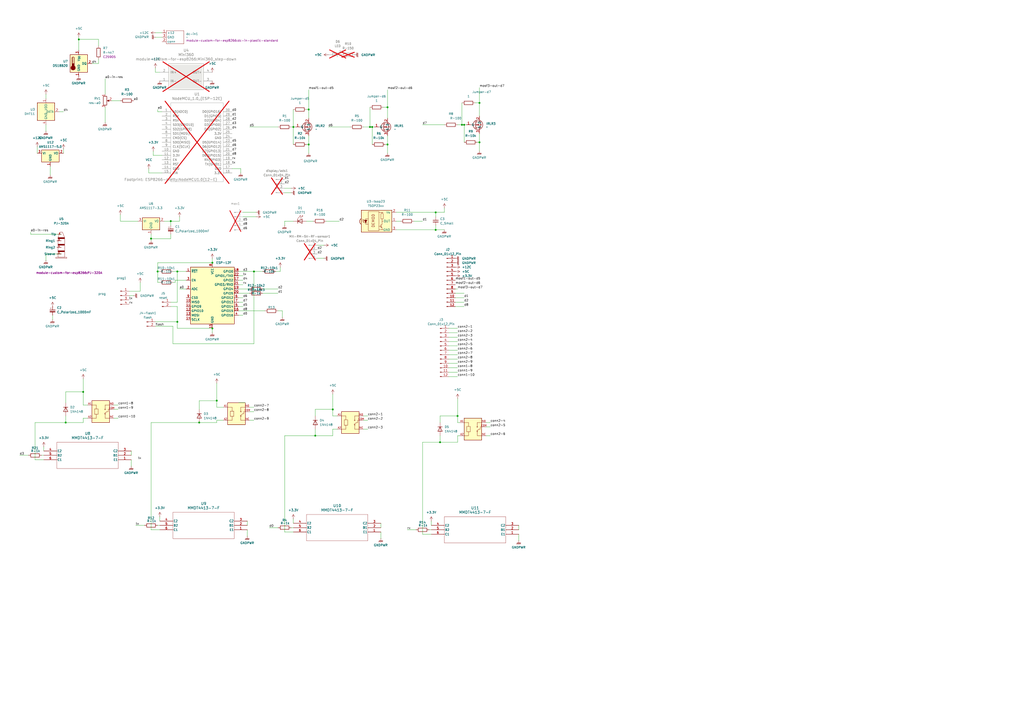
<source format=kicad_sch>
(kicad_sch (version 20231120) (generator "eeschema") (generator_version "8.0")
  (paper "A2")
  (lib_symbols
    (symbol "Connector:Conn_01x02_Pin" (pin_names (offset 1.016) hide)
      (property "Reference" "J" (at 0 2.54 0))
      (property "Value" "Conn_01x02_Pin" (at 0 -5.08 0))
      (symbol "Conn_01x02_Pin_1_1"
        (pin passive line (at 5.08 0 180) (length 3.81) (name "Pin_1") (number "1"))
        (pin passive line (at 5.08 -2.54 180) (length 3.81) (name "Pin_2") (number "2"))
      )
    )
    (symbol "Connector:Conn_01x04_Pin" (pin_names (offset 1.016) hide)
      (property "Reference" "J" (at 0 5.08 0))
      (property "Value" "Conn_01x04_Pin" (at 0 -7.62 0))
      (symbol "Conn_01x04_Pin_1_1"
        (pin passive line (at 5.08 2.54 180) (length 3.81) (name "Pin_1") (number "1"))
        (pin passive line (at 5.08 0 180) (length 3.81) (name "Pin_2") (number "2"))
        (pin passive line (at 5.08 -2.54 180) (length 3.81) (name "Pin_3") (number "3"))
        (pin passive line (at 5.08 -5.08 180) (length 3.81) (name "Pin_4") (number "4"))
      )
    )
    (symbol "Connector:Conn_01x05_Pin" (pin_names (offset 1.016) hide)
      (property "Reference" "J" (at 0 7.62 0))
      (property "Value" "Conn_01x05_Pin" (at 0 -7.62 0))
      (symbol "Conn_01x05_Pin_1_1"
        (pin passive line (at 5.08 5.08 180) (length 3.81) (name "Pin_1") (number "1"))
        (pin passive line (at 5.08 2.54 180) (length 3.81) (name "Pin_2") (number "2"))
        (pin passive line (at 5.08 0 180) (length 3.81) (name "Pin_3") (number "3"))
        (pin passive line (at 5.08 -2.54 180) (length 3.81) (name "Pin_4") (number "4"))
        (pin passive line (at 5.08 -5.08 180) (length 3.81) (name "Pin_5") (number "5"))
      )
    )
    (symbol "Connector:Conn_01x12_Pin" (pin_names (offset 1.016) hide)
      (property "Reference" "J" (at 0 15.24 0))
      (property "Value" "Conn_01x12_Pin" (at 0 -17.78 0))
      (symbol "Conn_01x12_Pin_1_1"
        (pin passive line (at 5.08 12.7 180) (length 3.81) (name "Pin_1") (number "1"))
        (pin passive line (at 5.08 -10.16 180) (length 3.81) (name "Pin_10") (number "10"))
        (pin passive line (at 5.08 -12.7 180) (length 3.81) (name "Pin_11") (number "11"))
        (pin passive line (at 5.08 -15.24 180) (length 3.81) (name "Pin_12") (number "12"))
        (pin passive line (at 5.08 10.16 180) (length 3.81) (name "Pin_2") (number "2"))
        (pin passive line (at 5.08 7.62 180) (length 3.81) (name "Pin_3") (number "3"))
        (pin passive line (at 5.08 5.08 180) (length 3.81) (name "Pin_4") (number "4"))
        (pin passive line (at 5.08 2.54 180) (length 3.81) (name "Pin_5") (number "5"))
        (pin passive line (at 5.08 0 180) (length 3.81) (name "Pin_6") (number "6"))
        (pin passive line (at 5.08 -2.54 180) (length 3.81) (name "Pin_7") (number "7"))
        (pin passive line (at 5.08 -5.08 180) (length 3.81) (name "Pin_8") (number "8"))
        (pin passive line (at 5.08 -7.62 180) (length 3.81) (name "Pin_9") (number "9"))
      )
    )
    (symbol "Device:C_Small" (pin_numbers hide) (pin_names (offset 0.254) hide)
      (property "Reference" "C" (at 0.254 1.778 0))
      (property "Value" "C_Small" (at 0.254 -2.032 0))
      (symbol "C_Small_1_1"
        (pin passive line (at 0 2.54 270) (length 2.032) (name "~") (number "1"))
        (pin passive line (at 0 -2.54 90) (length 2.032) (name "~") (number "2"))
      )
    )
    (symbol "Device:LED" (pin_numbers hide) (pin_names (offset 1.016) hide)
      (property "Reference" "D" (at 0 2.54 0))
      (property "Value" "LED" (at 0 -2.54 0))
      (symbol "LED_1_1"
        (pin passive line (at -3.81 0 0) (length 2.54) (name "K") (number "1"))
        (pin passive line (at 3.81 0 180) (length 2.54) (name "A") (number "2"))
      )
    )
    (symbol "Device:R_Potentiometer" (pin_names (offset 1.016) hide)
      (property "Reference" "RV" (at -4.445 0 90))
      (property "Value" "R_Potentiometer" (at -2.54 0 90))
      (symbol "R_Potentiometer_1_1"
        (pin passive line (at 0 3.81 270) (length 1.27) (name "1") (number "1"))
        (pin passive line (at 3.81 0 180) (length 1.27) (name "2") (number "2"))
        (pin passive line (at 0 -3.81 90) (length 1.27) (name "3") (number "3"))
      )
    )
    (symbol "ESP8266_import1:NodeMCU_1.0_(ESP-12E)" (pin_names (offset 1.016))
      (property "Reference" "U" (at 0 21.59 0))
      (property "Value" "NodeMCU_1.0_(ESP-12E)" (at 0 -21.59 0))
      (symbol "NodeMCU_1.0_(ESP-12E)_1_1"
        (pin input line (at -20.32 17.78 0) (length 5.08) (name "A0(ADC0)") (number "1"))
        (pin input line (at -20.32 -5.08 0) (length 5.08) (name "GND") (number "10"))
        (pin power_out line (at -20.32 -7.62 0) (length 5.08) (name "3.3V") (number "11"))
        (pin input line (at -20.32 -10.16 0) (length 5.08) (name "EN") (number "12"))
        (pin input line (at -20.32 -12.7 0) (length 5.08) (name "RST") (number "13"))
        (pin power_in line (at -20.32 -15.24 0) (length 5.08) (name "GND") (number "14"))
        (pin power_in line (at -20.32 -17.78 0) (length 5.08) (name "VIN") (number "15"))
        (pin power_out line (at 20.32 -17.78 180) (length 5.08) (name "3.3V") (number "16"))
        (pin power_in line (at 20.32 -15.24 180) (length 5.08) (name "GND") (number "17"))
        (pin bidirectional line (at 20.32 -12.7 180) (length 5.08) (name "TX(GPIO1)") (number "18"))
        (pin bidirectional line (at 20.32 -10.16 180) (length 5.08) (name "RX(DPIO3)") (number "19"))
        (pin input line (at -20.32 15.24 0) (length 5.08) (name "RSV") (number "2"))
        (pin bidirectional line (at 20.32 -7.62 180) (length 5.08) (name "D8(GPIO15)") (number "20"))
        (pin bidirectional line (at 20.32 -5.08 180) (length 5.08) (name "D7(GPIO13)") (number "21"))
        (pin bidirectional line (at 20.32 -2.54 180) (length 5.08) (name "D6(GPIO12)") (number "22"))
        (pin bidirectional line (at 20.32 0 180) (length 5.08) (name "D5(GPIO14)") (number "23"))
        (pin power_in line (at 20.32 2.54 180) (length 5.08) (name "GND") (number "24"))
        (pin power_out line (at 20.32 5.08 180) (length 5.08) (name "3.3V") (number "25"))
        (pin bidirectional line (at 20.32 7.62 180) (length 5.08) (name "D4(GPIO2)") (number "26"))
        (pin bidirectional line (at 20.32 10.16 180) (length 5.08) (name "D3(GPIO0)") (number "27"))
        (pin bidirectional line (at 20.32 12.7 180) (length 5.08) (name "D2(GPIO4)") (number "28"))
        (pin bidirectional line (at 20.32 15.24 180) (length 5.08) (name "D1(GPIO5)") (number "29"))
        (pin input line (at -20.32 12.7 0) (length 5.08) (name "RSV") (number "3"))
        (pin bidirectional line (at 20.32 17.78 180) (length 5.08) (name "D0(GPIO16)") (number "30"))
        (pin bidirectional line (at -20.32 10.16 0) (length 5.08) (name "SD3(GPIO10)") (number "4"))
        (pin bidirectional line (at -20.32 7.62 0) (length 5.08) (name "SD2(GPIO9)") (number "5"))
        (pin bidirectional line (at -20.32 5.08 0) (length 5.08) (name "SD1(MOSI)") (number "6"))
        (pin bidirectional line (at -20.32 2.54 0) (length 5.08) (name "CMD(CS)") (number "7"))
        (pin bidirectional line (at -20.32 0 0) (length 5.08) (name "SDO(MISO)") (number "8"))
        (pin bidirectional line (at -20.32 -2.54 0) (length 5.08) (name "CLK(SCLK)") (number "9"))
      )
    )
    (symbol "Interface_Optical:TSOP23xx" (pin_names (offset 1.016))
      (property "Reference" "U" (at -10.16 7.62 0))
      (property "Value" "TSOP23xx" (at -10.16 -7.62 0))
      (symbol "TSOP23xx_0_0"
        (text "DEMOD" (at -3.175 0.254 900) (effects (font (size 1.524 1.524))))
      )
      (symbol "TSOP23xx_1_1"
        (pin output line (at 10.16 0 180) (length 2.54) (name "OUT") (number "1"))
        (pin power_in line (at 10.16 5.08 180) (length 2.54) (name "Vs") (number "2"))
        (pin power_in line (at 10.16 -5.08 180) (length 2.54) (name "GND") (number "3"))
      )
    )
    (symbol "LED:LD271" (pin_numbers hide) (pin_names (offset 1.016) hide)
      (property "Reference" "D" (at 0.508 1.778 0))
      (property "Value" "LD271" (at -1.016 -2.794 0))
      (symbol "LD271_1_1"
        (pin passive line (at -5.08 0 0) (length 2.54) (name "K") (number "1"))
        (pin passive line (at 2.54 0 180) (length 2.54) (name "A") (number "2"))
      )
    )
    (symbol "RF_Module:ESP-12F"
      (property "Reference" "U" (at -12.7 19.05 0))
      (property "Value" "ESP-12F" (at 12.7 19.05 0))
      (symbol "ESP-12F_1_1"
        (pin input line (at -15.24 15.24 0) (length 2.54) (name "~{RST}") (number "1"))
        (pin bidirectional line (at -15.24 -2.54 0) (length 2.54) (name "MISO") (number "10"))
        (pin bidirectional line (at -15.24 -5.08 0) (length 2.54) (name "GPIO9") (number "11"))
        (pin bidirectional line (at -15.24 -7.62 0) (length 2.54) (name "GPIO10") (number "12"))
        (pin bidirectional line (at -15.24 -10.16 0) (length 2.54) (name "MOSI") (number "13"))
        (pin bidirectional line (at -15.24 -12.7 0) (length 2.54) (name "SCLK") (number "14"))
        (pin power_in line (at 0 -17.78 90) (length 2.54) (name "GND") (number "15"))
        (pin bidirectional line (at 15.24 -7.62 180) (length 2.54) (name "GPIO15") (number "16"))
        (pin bidirectional line (at 15.24 10.16 180) (length 2.54) (name "GPIO2") (number "17"))
        (pin bidirectional line (at 15.24 15.24 180) (length 2.54) (name "GPIO0") (number "18"))
        (pin bidirectional line (at 15.24 5.08 180) (length 2.54) (name "GPIO4") (number "19"))
        (pin input line (at -15.24 5.08 0) (length 2.54) (name "ADC") (number "2"))
        (pin bidirectional line (at 15.24 2.54 180) (length 2.54) (name "GPIO5") (number "20"))
        (pin bidirectional line (at 15.24 7.62 180) (length 2.54) (name "GPIO3/RXD") (number "21"))
        (pin bidirectional line (at 15.24 12.7 180) (length 2.54) (name "GPIO1/TXD") (number "22"))
        (pin input line (at -15.24 10.16 0) (length 2.54) (name "EN") (number "3"))
        (pin bidirectional line (at 15.24 -10.16 180) (length 2.54) (name "GPIO16") (number "4"))
        (pin bidirectional line (at 15.24 -5.08 180) (length 2.54) (name "GPIO14") (number "5"))
        (pin bidirectional line (at 15.24 0 180) (length 2.54) (name "GPIO12") (number "6"))
        (pin bidirectional line (at 15.24 -2.54 180) (length 2.54) (name "GPIO13") (number "7"))
        (pin power_in line (at 0 20.32 270) (length 2.54) (name "VCC") (number "8"))
        (pin input line (at -15.24 0 0) (length 2.54) (name "CS0") (number "9"))
      )
    )
    (symbol "Regulator_Linear:AMS1117-5.0"
      (property "Reference" "U" (at -3.81 3.175 0))
      (property "Value" "AMS1117-5.0" (at 0 3.175 0))
      (symbol "AMS1117-5.0_1_1"
        (pin power_in line (at 0 -7.62 90) (length 2.54) (name "GND") (number "1"))
        (pin power_out line (at 7.62 0 180) (length 2.54) (name "VO") (number "2"))
        (pin power_in line (at -7.62 0 0) (length 2.54) (name "VI") (number "3"))
      )
    )
    (symbol "Sensor:DHT11"
      (property "Reference" "U" (at -3.81 6.35 0))
      (property "Value" "DHT11" (at 3.81 6.35 0))
      (symbol "DHT11_1_1"
        (pin power_in line (at 0 7.62 270) (length 2.54) (name "VDD") (number "1"))
        (pin bidirectional line (at 7.62 0 180) (length 2.54) (name "DATA") (number "2"))
        (pin no_connect line (at -5.08 0 0) (length 2.54) hide (name "NC") (number "3"))
        (pin power_in line (at 0 -7.62 90) (length 2.54) (name "GND") (number "4"))
      )
    )
    (symbol "Sensor_Temperature:DS18B20"
      (property "Reference" "U" (at -3.81 6.35 0))
      (property "Value" "DS18B20" (at 6.35 6.35 0))
      (symbol "DS18B20_1_1"
        (pin power_in line (at 0 -7.62 90) (length 2.54) (name "GND") (number "1"))
        (pin bidirectional line (at 7.62 0 180) (length 2.54) (name "DQ") (number "2"))
        (pin power_in line (at 0 7.62 270) (length 2.54) (name "V_{DD}") (number "3"))
      )
    )
    (symbol "models:1N4148" (pin_numbers hide) (pin_names hide)
      (property "Reference" "D" (at 0 2.54 0))
      (property "Value" "1N4148" (at 0 -2.54 0))
      (symbol "1N4148_1_1"
        (pin passive line (at -3.81 0 0) (length 2.54) (name "K") (number "1"))
        (pin passive line (at 3.81 0 180) (length 2.54) (name "A") (number "2"))
      )
    )
    (symbol "models:AMS1117-3.3"
      (property "Reference" "U" (at -3.81 3.175 0))
      (property "Value" "AMS1117-3.3" (at 0 3.175 0))
      (symbol "AMS1117-3.3_1_1"
        (pin power_in line (at 0 -7.62 90) (length 2.54) (name "GND") (number "1"))
        (pin power_out line (at 7.62 0 180) (length 2.54) (name "VO") (number "2"))
        (pin power_in line (at -7.62 0 0) (length 2.54) (name "VI") (number "3"))
      )
    )
    (symbol "models:IRLR3103"
      (property "Reference" "IRLR3103" (at 8.89 0 0))
      (symbol "IRLR3103_1_1"
        (pin input line (at -6.35 0 0) (length 2.54) (name "G") (number "1"))
        (pin passive line (at 1.27 5.08 270) (length 2.54) (name "D") (number "2"))
        (pin passive line (at 1.27 -5.08 90) (length 2.54) (name "S") (number "3"))
      )
    )
    (symbol "models:MMDT4413-7-F" (pin_names (offset 0.254))
      (property "Reference" "U" (at 25.4 10.16 0))
      (property "Value" "MMDT4413-7-F" (at 25.4 7.62 0))
      (symbol "MMDT4413-7-F_0_1"
        (pin unspecified line (at 0 0 0) (length 7.62) (name "E1") (number "1"))
        (pin unspecified line (at 0 -2.54 0) (length 7.62) (name "B1") (number "2"))
        (pin unspecified line (at 0 -5.08 0) (length 7.62) (name "C2") (number "3"))
        (pin unspecified line (at 50.8 -5.08 180) (length 7.62) (name "E2") (number "4"))
        (pin unspecified line (at 50.8 -2.54 180) (length 7.62) (name "B2") (number "5"))
        (pin unspecified line (at 50.8 0 180) (length 7.62) (name "C1") (number "6"))
      )
    )
    (symbol "models:Mini360" (pin_names (offset 1.016))
      (property "Reference" "U" (at 0 -5.08 0))
      (property "Value" "Mini360" (at 0 5.08 0))
      (property "Footprint" "Mini360_step-down:Mini360_step-down" (at 1.27 -11.43 0))
      (symbol "Mini360_1_1"
        (pin power_in line (at -15.24 -2.54 0) (length 5.08) (name "IN-") (number "1"))
        (pin power_in line (at -15.24 2.54 0) (length 5.08) (name "IN+") (number "2"))
        (pin power_out line (at 15.24 -2.54 180) (length 5.08) (name "OUT-") (number "3"))
        (pin power_out line (at 15.24 2.54 180) (length 5.08) (name "OUT+") (number "4"))
      )
    )
    (symbol "models:PJ-320A" (pin_names (offset 1.016))
      (property "Reference" "U" (at 0 -1.905 0))
      (property "Value" "PJ-320A" (at 0 0 0))
      (property "Footprint" "module-custom-for-esp8266:PJ-320A" (at 0 0 0))
      (symbol "PJ-320A_1_1"
        (pin bidirectional line (at 0 3.81 180) (length 2.54) (name "Sleeve") (number "1"))
        (pin bidirectional line (at 0 15.24 180) (length 2.0066) (name "Tip") (number "2"))
        (pin bidirectional line (at 0 11.43 180) (length 2.54) (name "Ring1") (number "3"))
        (pin bidirectional line (at 0 7.62 180) (length 2.54) (name "Ring2") (number "4"))
      )
    )
    (symbol "models:R-100" (pin_numbers hide) (pin_names (offset 0))
      (property "Reference" "R" (at 2.032 0 90))
      (property "Value" "R-100" (at 0 0 90))
      (symbol "R-100_1_1"
        (pin passive line (at 0 3.81 270) (length 1.27) (name "~") (number "1"))
        (pin passive line (at 0 -3.81 90) (length 1.27) (name "~") (number "2"))
      )
    )
    (symbol "models:R-10k" (pin_numbers hide) (pin_names (offset 0))
      (property "Reference" "R" (at 2.032 0 90))
      (property "Value" "R-10k" (at 0 0 90))
      (symbol "R-10k_1_1"
        (pin passive line (at 0 3.81 270) (length 1.27) (name "~") (number "1"))
        (pin passive line (at 0 -3.81 90) (length 1.27) (name "~") (number "2"))
      )
    )
    (symbol "models:R-1k" (pin_numbers hide) (pin_names (offset 0))
      (property "Reference" "R" (at 2.032 0 90))
      (property "Value" "R-1k" (at 0 0 90))
      (property "JLCPCB Part" "C25905" (at 0 0 0))
      (symbol "R-1k_1_1"
        (pin passive line (at 0 3.81 270) (length 1.27) (name "~") (number "1"))
        (pin passive line (at 0 -3.81 90) (length 1.27) (name "~") (number "2"))
      )
    )
    (symbol "models:SRD-05VDC-SL-C" (pin_names (offset 1.016))
      (property "Reference" "K" (at -5.0809 5.843 0))
      (property "Value" "SRD-05VDC-SL-C" (at -5.0832 -10.1664 0))
      (symbol "SRD-05VDC-SL-C_0_0"
        (pin passive line (at -7.62 2.54 0) (length 2.54) (name "~") (number "A1"))
        (pin passive line (at -7.62 -5.08 0) (length 2.54) (name "~") (number "A2"))
        (pin passive line (at 7.62 0 180) (length 2.54) (name "~") (number "COM"))
        (pin passive line (at 7.62 -5.08 180) (length 2.54) (name "~") (number "NC"))
        (pin passive line (at 7.62 2.54 180) (length 2.54) (name "~") (number "NO"))
      )
    )
    (symbol "models:c-in-plastic-standard"
      (property "Reference" "dc-in" (at 3.81 2.286 0))
      (property "Footprint" "module-custom-for-esp8266:dc-in-plastic-standard" (at 5.588 4.064 0))
      (symbol "c-in-plastic-standard_1_1"
        (pin input line (at -3.81 0 0) (length 2.54) (name "+12") (number "1"))
        (pin input line (at -3.81 -5.08 0) (length 2.54) (name "conn") (number "2"))
        (pin input line (at -3.81 -2.54 0) (length 2.54) (name "GND") (number "3"))
      )
    )
    (symbol "power:+12C" (power) (pin_numbers hide) (pin_names (offset 0) hide)
      (property "Value" "+12C" (at 0 3.556 0))
      (symbol "+12C_1_1"
        (pin power_in line (at 0 0 90) (length 0) (name "~") (number "1"))
      )
    )
    (symbol "power:+3.3V" (power) (pin_numbers hide) (pin_names (offset 0) hide)
      (property "Value" "+3.3V" (at 0 3.556 0))
      (symbol "+3.3V_1_1"
        (pin power_in line (at 0 0 90) (length 0) (name "~") (number "1"))
      )
    )
    (symbol "power:+5C" (power) (pin_numbers hide) (pin_names (offset 0) hide)
      (property "Value" "+5C" (at 0 3.556 0))
      (symbol "+5C_1_1"
        (pin power_in line (at 0 0 90) (length 0) (name "~") (number "1"))
      )
    )
    (symbol "power:GNDPWR" (power) (pin_numbers hide) (pin_names (offset 0) hide)
      (property "Value" "GNDPWR" (at 0 -3.302 0))
      (symbol "GNDPWR_1_1"
        (pin power_in line (at 0 0 270) (length 0) (name "~") (number "1"))
      )
    )
    (symbol "power:VCC" (power) (pin_numbers hide) (pin_names (offset 0) hide)
      (property "Value" "VCC" (at 0 3.556 0))
      (symbol "VCC_1_1"
        (pin power_in line (at 0 0 90) (length 0) (name "~") (number "1"))
      )
    )
    (symbol "resistor:C_Polarized_Small" (pin_numbers hide) (pin_names (offset 0.254) hide)
      (property "Reference" "C" (at 0.254 1.778 0))
      (property "Value" "C_Polarized_Small" (at 0.254 -2.032 0))
      (symbol "C_Polarized_Small_1_1"
        (pin passive line (at 0 2.54 270) (length 1.8542) (name "~") (number "1"))
        (pin passive line (at 0 -2.54 90) (length 1.8542) (name "~") (number "2"))
      )
    )
    (symbol "resistor:R-base" (pin_numbers hide) (pin_names (offset 0))
      (property "Reference" "R" (at 2.032 0 90))
      (property "Value" "R-base" (at 0 0 90))
      (symbol "R-base_1_1"
        (pin passive line (at 0 3.81 270) (length 1.27) (name "~") (number "1"))
        (pin passive line (at 0 -3.81 90) (length 1.27) (name "~") (number "2"))
      )
    )
  )
  (junction (at 123.19 190.5))
  (junction (at 115.57 245.11))
  (junction (at 278.13 59.69))
  (junction (at 48.26 227.33))
  (junction (at 252.73 123.19))
  (junction (at 182.88 252.73))
  (junction (at 269.24 72.39))
  (junction (at 170.18 73.66))
  (junction (at 214.63 73.66))
  (junction (at 102.87 186.69))
  (junction (at 102.87 157.48))
  (junction (at 87.63 138.43))
  (junction (at 179.07 83.82))
  (junction (at 265.43 241.3))
  (junction (at 179.07 63.5))
  (junction (at 215.9 73.66))
  (junction (at 99.06 128.27))
  (junction (at 255.27 256.54))
  (junction (at 147.32 157.48))
  (junction (at 224.79 62.23))
  (junction (at 123.19 152.4))
  (junction (at 125.73 232.41))
  (junction (at 91.44 157.48))
  (junction (at 267.97 72.39))
  (junction (at 252.73 133.35))
  (junction (at 224.79 83.82))
  (junction (at 193.04 237.49))
  (junction (at 278.13 82.55))
  (junction (at 45.72 22.86))
  (junction (at 38.1 245.11))
  (wire (pts (xy 210.82 241.3) (xy 213.36 241.3)))
  (wire (pts (xy 255.27 245.11) (xy 255.27 241.3)))
  (wire (pts (xy 170.18 308.61) (xy 165.1 308.61)))
  (wire (pts (xy 21.59 85.09) (xy 21.59 88.9)))
  (wire (pts (xy 269.24 72.39) (xy 270.51 72.39)))
  (wire (pts (xy 278.13 50.8) (xy 278.13 59.69)))
  (wire (pts (xy 162.56 157.48) (xy 162.56 154.94)))
  (wire (pts (xy 100.33 157.48) (xy 102.87 157.48)))
  (wire (pts (xy 115.57 237.49) (xy 115.57 232.41)))
  (wire (pts (xy 48.26 245.11) (xy 48.26 242.57)))
  (wire (pts (xy 245.11 256.54) (xy 255.27 256.54)))
  (wire (pts (xy 215.9 73.66) (xy 215.9 83.82)))
  (wire (pts (xy 220.98 308.61) (xy 220.98 312.42)))
  (wire (pts (xy 240.03 128.27) (xy 245.11 128.27)))
  (wire (pts (xy 138.43 180.34) (xy 153.67 180.34)))
  (wire (pts (xy 152.4 167.64) (xy 161.29 167.64)))
  (wire (pts (xy 215.9 73.66) (xy 217.17 73.66)))
  (wire (pts (xy 265.43 252.73) (xy 266.7 252.73)))
  (wire (pts (xy 265.43 241.3) (xy 265.43 245.11)))
  (wire (pts (xy 30.48 182.88) (xy 30.48 185.42)))
  (wire (pts (xy 147.32 199.39) (xy 147.32 157.48)))
  (wire (pts (xy 165.1 128.27) (xy 170.18 128.27)))
  (wire (pts (xy 193.04 248.92) (xy 195.58 248.92)))
  (wire (pts (xy 184.15 142.24) (xy 187.96 142.24)))
  (wire (pts (xy 252.73 130.81) (xy 252.73 133.35)))
  (wire (pts (xy 125.73 236.22) (xy 129.54 236.22)))
  (wire (pts (xy 138.43 167.64) (xy 144.78 167.64)))
  (wire (pts (xy 69.85 128.27) (xy 80.01 128.27)))
  (wire (pts (xy 91.44 63.5) (xy 91.44 64.77)))
  (wire (pts (xy 265.43 256.54) (xy 265.43 252.73)))
  (wire (pts (xy 92.71 299.72) (xy 92.71 302.26)))
  (wire (pts (xy 210.82 73.66) (xy 214.63 73.66)))
  (wire (pts (xy 276.86 82.55) (xy 278.13 82.55)))
  (wire (pts (xy 138.43 233.68) (xy 142.24 233.68)))
  (wire (pts (xy 88.9 90.17) (xy 93.98 90.17)))
  (wire (pts (xy 245.11 72.39) (xy 257.81 72.39)))
  (wire (pts (xy 64.77 58.42) (xy 69.85 58.42)))
  (wire (pts (xy 265.43 167.64) (xy 264.16 167.64)))
  (wire (pts (xy 143.51 307.34) (xy 143.51 311.15)))
  (wire (pts (xy 193.04 252.73) (xy 193.04 248.92)))
  (wire (pts (xy 140.97 123.19) (xy 148.59 123.19)))
  (wire (pts (xy 90.17 39.37) (xy 90.17 41.91)))
  (wire (pts (xy 26.67 72.39) (xy 26.67 76.2)))
  (wire (pts (xy 229.87 123.19) (xy 252.73 123.19)))
  (wire (pts (xy 26.67 147.32) (xy 26.67 151.13)))
  (wire (pts (xy 260.35 195.58) (xy 265.43 195.58)))
  (wire (pts (xy 223.52 83.82) (xy 224.79 83.82)))
  (wire (pts (xy 267.97 59.69) (xy 267.97 72.39)))
  (wire (pts (xy 229.87 128.27) (xy 232.41 128.27)))
  (wire (pts (xy 250.19 302.26) (xy 250.19 304.8)))
  (wire (pts (xy 86.36 100.33) (xy 93.98 100.33)))
  (wire (pts (xy 99.06 128.27) (xy 99.06 130.81)))
  (wire (pts (xy 144.78 73.66) (xy 161.29 73.66)))
  (wire (pts (xy 138.43 177.8) (xy 140.97 177.8)))
  (wire (pts (xy 48.26 242.57) (xy 50.8 242.57)))
  (wire (pts (xy 140.97 125.73) (xy 148.59 125.73)))
  (wire (pts (xy 248.92 307.34) (xy 250.19 307.34)))
  (wire (pts (xy 48.26 227.33) (xy 48.26 234.95)))
  (wire (pts (xy 20.32 245.11) (xy 38.1 245.11)))
  (wire (pts (xy 87.63 245.11) (xy 87.63 307.34)))
  (wire (pts (xy 76.2 266.7) (xy 76.2 270.51)))
  (wire (pts (xy 165.1 308.61) (xy 165.1 252.73)))
  (wire (pts (xy 57.15 34.29) (xy 57.15 36.83)))
  (wire (pts (xy 281.94 252.73) (xy 284.48 252.73)))
  (wire (pts (xy 138.43 182.88) (xy 140.97 182.88)))
  (wire (pts (xy 100.33 199.39) (xy 100.33 189.23)))
  (wire (pts (xy 99.06 128.27) (xy 104.14 128.27)))
  (wire (pts (xy 257.81 123.19) (xy 257.81 120.65)))
  (wire (pts (xy 210.82 243.84) (xy 213.36 243.84)))
  (wire (pts (xy 138.43 170.18) (xy 144.78 170.18)))
  (wire (pts (xy 38.1 241.3) (xy 38.1 245.11)))
  (wire (pts (xy 260.35 218.44) (xy 265.43 218.44)))
  (wire (pts (xy 260.35 190.5) (xy 265.43 190.5)))
  (wire (pts (xy 104.14 125.73) (xy 104.14 128.27)))
  (wire (pts (xy 184.15 149.86) (xy 187.96 149.86)))
  (wire (pts (xy 20.32 266.7) (xy 20.32 245.11)))
  (wire (pts (xy 115.57 232.41) (xy 125.73 232.41)))
  (wire (pts (xy 102.87 190.5) (xy 102.87 186.69)))
  (wire (pts (xy 260.35 203.2) (xy 265.43 203.2)))
  (wire (pts (xy 91.44 152.4) (xy 123.19 152.4)))
  (wire (pts (xy 144.78 238.76) (xy 147.32 238.76)))
  (wire (pts (xy 115.57 245.11) (xy 125.73 245.11)))
  (wire (pts (xy 193.04 228.6) (xy 193.04 237.49)))
  (wire (pts (xy 66.04 234.95) (xy 68.58 234.95)))
  (wire (pts (xy 170.18 63.5) (xy 170.18 73.66)))
  (wire (pts (xy 57.15 26.67) (xy 57.15 22.86)))
  (wire (pts (xy 170.18 73.66) (xy 171.45 73.66)))
  (wire (pts (xy 60.96 45.72) (xy 60.96 54.61)))
  (wire (pts (xy 260.35 213.36) (xy 265.43 213.36)))
  (wire (pts (xy 100.33 163.83) (xy 101.6 163.83)))
  (wire (pts (xy 48.26 219.71) (xy 48.26 227.33)))
  (wire (pts (xy 224.79 62.23) (xy 224.79 68.58)))
  (wire (pts (xy 92.71 163.83) (xy 91.44 163.83)))
  (wire (pts (xy 90.17 21.59) (xy 93.98 21.59)))
  (wire (pts (xy 138.43 175.26) (xy 140.97 175.26)))
  (wire (pts (xy 179.07 52.07) (xy 179.07 63.5)))
  (wire (pts (xy 252.73 123.19) (xy 252.73 125.73)))
  (wire (pts (xy 91.44 152.4) (xy 91.44 157.48)))
  (wire (pts (xy 252.73 133.35) (xy 257.81 133.35)))
  (wire (pts (xy 170.18 73.66) (xy 170.18 83.82)))
  (wire (pts (xy 163.83 180.34) (xy 161.29 180.34)))
  (wire (pts (xy 139.7 97.79) (xy 139.7 100.33)))
  (wire (pts (xy 179.07 68.58) (xy 179.07 63.5)))
  (wire (pts (xy 214.63 73.66) (xy 215.9 73.66)))
  (wire (pts (xy 81.28 163.83) (xy 81.28 168.91)))
  (wire (pts (xy 220.98 303.53) (xy 220.98 306.07)))
  (wire (pts (xy 210.82 248.92) (xy 213.36 248.92)))
  (wire (pts (xy 123.19 190.5) (xy 123.19 193.04)))
  (wire (pts (xy 260.35 215.9) (xy 265.43 215.9)))
  (wire (pts (xy 229.87 133.35) (xy 252.73 133.35)))
  (wire (pts (xy 179.07 83.82) (xy 179.07 88.9)))
  (wire (pts (xy 165.1 252.73) (xy 182.88 252.73)))
  (wire (pts (xy 245.11 256.54) (xy 245.11 309.88)))
  (wire (pts (xy 123.19 190.5) (xy 102.87 190.5)))
  (wire (pts (xy 66.04 237.49) (xy 68.58 237.49)))
  (wire (pts (xy 177.8 83.82) (xy 179.07 83.82)))
  (wire (pts (xy 179.07 63.5) (xy 177.8 63.5)))
  (wire (pts (xy 99.06 175.26) (xy 102.87 175.26)))
  (wire (pts (xy 275.59 59.69) (xy 278.13 59.69)))
  (wire (pts (xy 140.97 162.56) (xy 138.43 162.56)))
  (wire (pts (xy 99.06 135.89) (xy 99.06 138.43)))
  (wire (pts (xy 134.62 97.79) (xy 139.7 97.79)))
  (wire (pts (xy 74.93 171.45) (xy 77.47 171.45)))
  (wire (pts (xy 300.99 309.88) (xy 300.99 313.69)))
  (wire (pts (xy 38.1 245.11) (xy 48.26 245.11)))
  (wire (pts (xy 170.18 300.99) (xy 170.18 303.53)))
  (wire (pts (xy 224.79 83.82) (xy 224.79 78.74)))
  (wire (pts (xy 90.17 19.05) (xy 93.98 19.05)))
  (wire (pts (xy 214.63 62.23) (xy 214.63 73.66)))
  (wire (pts (xy 189.23 128.27) (xy 196.85 128.27)))
  (wire (pts (xy 177.8 128.27) (xy 181.61 128.27)))
  (wire (pts (xy 278.13 59.69) (xy 278.13 67.31)))
  (wire (pts (xy 101.6 162.56) (xy 107.95 162.56)))
  (wire (pts (xy 269.24 72.39) (xy 269.24 82.55)))
  (wire (pts (xy 152.4 170.18) (xy 161.29 170.18)))
  (wire (pts (xy 252.73 123.19) (xy 257.81 123.19)))
  (wire (pts (xy 224.79 52.07) (xy 224.79 62.23)))
  (wire (pts (xy 24.13 264.16) (xy 25.4 264.16)))
  (wire (pts (xy 91.44 157.48) (xy 91.44 163.83)))
  (wire (pts (xy 179.07 83.82) (xy 179.07 78.74)))
  (wire (pts (xy 182.88 248.92) (xy 182.88 252.73)))
  (wire (pts (xy 100.33 199.39) (xy 147.32 199.39)))
  (wire (pts (xy 224.79 83.82) (xy 224.79 88.9)))
  (wire (pts (xy 300.99 304.8) (xy 300.99 307.34)))
  (wire (pts (xy 264.16 172.72) (xy 269.24 172.72)))
  (wire (pts (xy 236.22 307.34) (xy 241.3 307.34)))
  (wire (pts (xy 26.67 147.32) (xy 35.56 147.32)))
  (wire (pts (xy 100.33 189.23) (xy 90.17 189.23)))
  (wire (pts (xy 92.71 307.34) (xy 87.63 307.34)))
  (wire (pts (xy 25.4 259.08) (xy 25.4 261.62)))
  (wire (pts (xy 156.21 306.07) (xy 161.29 306.07)))
  (wire (pts (xy 193.04 241.3) (xy 195.58 241.3)))
  (wire (pts (xy 11.43 264.16) (xy 16.51 264.16)))
  (wire (pts (xy 265.43 72.39) (xy 267.97 72.39)))
  (wire (pts (xy 87.63 245.11) (xy 115.57 245.11)))
  (wire (pts (xy 255.27 252.73) (xy 255.27 256.54)))
  (wire (pts (xy 125.73 222.25) (xy 125.73 232.41)))
  (wire (pts (xy 265.43 245.11) (xy 266.7 245.11)))
  (wire (pts (xy 182.88 237.49) (xy 193.04 237.49)))
  (wire (pts (xy 222.25 62.23) (xy 224.79 62.23)))
  (wire (pts (xy 17.78 135.89) (xy 35.56 135.89)))
  (wire (pts (xy 255.27 241.3) (xy 265.43 241.3)))
  (wire (pts (xy 168.91 306.07) (xy 170.18 306.07)))
  (wire (pts (xy 91.44 304.8) (xy 92.71 304.8)))
  (wire (pts (xy 264.16 177.8) (xy 269.24 177.8)))
  (wire (pts (xy 81.28 168.91) (xy 74.93 168.91)))
  (wire (pts (xy 45.72 22.86) (xy 45.72 29.21)))
  (wire (pts (xy 38.1 233.68) (xy 38.1 227.33)))
  (wire (pts (xy 190.5 73.66) (xy 203.2 73.66)))
  (wire (pts (xy 182.88 252.73) (xy 193.04 252.73)))
  (wire (pts (xy 260.35 205.74) (xy 265.43 205.74)))
  (wire (pts (xy 90.17 41.91) (xy 92.71 41.91)))
  (wire (pts (xy 95.25 128.27) (xy 99.06 128.27)))
  (wire (pts (xy 278.13 82.55) (xy 278.13 77.47)))
  (wire (pts (xy 86.36 97.79) (xy 86.36 100.33)))
  (wire (pts (xy 38.1 227.33) (xy 48.26 227.33)))
  (wire (pts (xy 255.27 256.54) (xy 265.43 256.54)))
  (wire (pts (xy 26.67 54.61) (xy 26.67 57.15)))
  (wire (pts (xy 25.4 266.7) (xy 20.32 266.7)))
  (wire (pts (xy 102.87 157.48) (xy 102.87 175.26)))
  (wire (pts (xy 182.88 241.3) (xy 182.88 237.49)))
  (wire (pts (xy 138.43 172.72) (xy 140.97 172.72)))
  (wire (pts (xy 143.51 302.26) (xy 143.51 304.8)))
  (wire (pts (xy 45.72 21.59) (xy 45.72 22.86)))
  (wire (pts (xy 87.63 138.43) (xy 87.63 139.7)))
  (wire (pts (xy 48.26 234.95) (xy 50.8 234.95)))
  (wire (pts (xy 165.1 111.76) (xy 168.91 111.76)))
  (wire (pts (xy 123.19 149.86) (xy 123.19 152.4)))
  (wire (pts (xy 278.13 82.55) (xy 278.13 87.63)))
  (wire (pts (xy 102.87 157.48) (xy 107.95 157.48)))
  (wire (pts (xy 168.91 73.66) (xy 170.18 73.66)))
  (wire (pts (xy 125.73 243.84) (xy 129.54 243.84)))
  (wire (pts (xy 66.04 242.57) (xy 68.58 242.57)))
  (wire (pts (xy 165.1 109.22) (xy 168.91 109.22)))
  (wire (pts (xy 281.94 245.11) (xy 284.48 245.11)))
  (wire (pts (xy 163.83 180.34) (xy 163.83 184.15)))
  (wire (pts (xy 144.78 243.84) (xy 147.32 243.84)))
  (wire (pts (xy 140.97 165.1) (xy 138.43 165.1)))
  (wire (pts (xy 91.44 157.48) (xy 92.71 157.48)))
  (wire (pts (xy 160.02 157.48) (xy 162.56 157.48)))
  (wire (pts (xy 36.83 86.36) (xy 36.83 88.9)))
  (wire (pts (xy 144.78 236.22) (xy 147.32 236.22)))
  (wire (pts (xy 88.9 87.63) (xy 88.9 90.17)))
  (wire (pts (xy 76.2 261.62) (xy 76.2 264.16)))
  (wire (pts (xy 102.87 186.69) (xy 90.17 186.69)))
  (wire (pts (xy 101.6 163.83) (xy 101.6 162.56)))
  (wire (pts (xy 138.43 157.48) (xy 147.32 157.48)))
  (wire (pts (xy 17.78 134.62) (xy 17.78 135.89)))
  (wire (pts (xy 260.35 193.04) (xy 265.43 193.04)))
  (wire (pts (xy 281.94 247.65) (xy 284.48 247.65)))
  (wire (pts (xy 60.96 62.23) (xy 60.96 71.12)))
  (wire (pts (xy 87.63 135.89) (xy 87.63 138.43)))
  (wire (pts (xy 99.06 138.43) (xy 87.63 138.43)))
  (wire (pts (xy 34.29 64.77) (xy 36.83 64.77)))
  (wire (pts (xy 260.35 208.28) (xy 265.43 208.28)))
  (wire (pts (xy 165.1 130.81) (xy 165.1 128.27)))
  (wire (pts (xy 29.21 96.52) (xy 29.21 101.6)))
  (wire (pts (xy 102.87 177.8) (xy 102.87 186.69)))
  (wire (pts (xy 78.74 304.8) (xy 83.82 304.8)))
  (wire (pts (xy 264.16 170.18) (xy 269.24 170.18)))
  (wire (pts (xy 104.14 167.64) (xy 107.95 167.64)))
  (wire (pts (xy 125.73 232.41) (xy 125.73 236.22)))
  (wire (pts (xy 99.06 177.8) (xy 102.87 177.8)))
  (wire (pts (xy 193.04 237.49) (xy 193.04 241.3)))
  (wire (pts (xy 250.19 309.88) (xy 245.11 309.88)))
  (wire (pts (xy 91.44 64.77) (xy 93.98 64.77)))
  (wire (pts (xy 125.73 245.11) (xy 125.73 243.84)))
  (wire (pts (xy 265.43 231.14) (xy 265.43 241.3)))
  (wire (pts (xy 140.97 160.02) (xy 138.43 160.02)))
  (wire (pts (xy 260.35 200.66) (xy 265.43 200.66)))
  (wire (pts (xy 267.97 72.39) (xy 269.24 72.39)))
  (wire (pts (xy 69.85 124.46) (xy 69.85 128.27)))
  (wire (pts (xy 260.35 210.82) (xy 265.43 210.82)))
  (wire (pts (xy 45.72 22.86) (xy 57.15 22.86)))
  (wire (pts (xy 147.32 157.48) (xy 152.4 157.48)))
  (wire (pts (xy 260.35 198.12) (xy 265.43 198.12)))
  (wire (pts (xy 264.16 175.26) (xy 269.24 175.26)))
  (wire (pts (xy 57.15 36.83) (xy 53.34 36.83)))
  (label "d2" (at 161.29 167.64 0))
  (label "d8" (at 134.62 90.17 0))
  (label "mosf3-out-d7" (at 278.13 50.8 0))
  (label "conn1-9" (at 68.58 237.49 0))
  (label "d1" (at 245.11 128.27 0))
  (label "rx" (at 140.97 165.1 0))
  (label "conn2-7" (at 265.43 205.74 0))
  (label "conn2-3" (at 213.36 248.92 0))
  (label "a0" (at 77.47 58.42 0))
  (label "conn1-9" (at 265.43 215.9 0))
  (label "tx" (at 80.01 266.7 0))
  (label "d0" (at 134.62 64.77 0))
  (label "a0" (at 91.44 63.5 0))
  (label "tx" (at 140.97 160.02 0))
  (label "conn2-3" (at 265.43 195.58 0))
  (label "mosf1-out-d5" (at 264.16 162.56 0))
  (label "d1" (at 269.24 172.72 0))
  (label "rx" (at 74.93 176.53 0))
  (label "conn2-4" (at 265.43 198.12 0))
  (label "tx" (at 134.62 95.25 0))
  (label "mosf3-out-d7" (at 265.43 167.64 0))
  (label "d3" (at 11.43 264.16 0))
  (label "a0" (at 104.14 167.64 0))
  (label "tx" (at 78.74 304.8 0))
  (label "rx" (at 134.62 92.71 0))
  (label "d4" (at 53.34 36.83 0))
  (label "d2" (at 165.1 106.68 0))
  (label "mosf1-out-d5" (at 179.07 52.07 0))
  (label "d8" (at 140.97 130.81 0))
  (label "d5" (at 144.78 73.66 0))
  (label "d0" (at 156.21 306.07 0))
  (label "conn2-4" (at 284.48 245.11 0))
  (label "flash" (at 90.17 189.23 0))
  (label "d8" (at 269.24 177.8 0))
  (label "conn2-6" (at 265.43 203.2 0))
  (label "d1" (at 165.1 104.14 0))
  (label "d8" (at 140.97 180.34 0))
  (label "d4" (at 140.97 162.56 0))
  (label "conn2-1" (at 213.36 241.3 0))
  (label "d5" (at 140.97 128.27 0))
  (label "conn2-5" (at 284.48 247.65 0))
  (label "d6" (at 134.62 85.09 0))
  (label "d7" (at 134.62 87.63 0))
  (label "conn2-6" (at 284.48 252.73 0))
  (label "d7" (at 245.11 72.39 0))
  (label "conn2-2" (at 213.36 243.84 0))
  (label "conn2-2" (at 265.43 193.04 0))
  (label "conn2-7" (at 147.32 236.22 0))
  (label "d2" (at 184.15 147.32 0))
  (label "d3" (at 134.62 72.39 0))
  (label "d4" (at 36.83 64.77 0))
  (label "d1" (at 134.62 67.31 0))
  (label "mosf2-out-d6" (at 264.16 165.1 0))
  (label "d3" (at 140.97 157.48 0))
  (label "d2" (at 196.85 128.27 0))
  (label "tx" (at 74.93 173.99 0))
  (label "conn2-8" (at 265.43 208.28 0))
  (label "d5" (at 134.62 82.55 0))
  (label "mosf2-out-d6" (at 224.79 52.07 0))
  (label "d1" (at 161.29 170.18 0))
  (label "d2" (at 184.15 144.78 0))
  (label "d6" (at 140.97 133.35 0))
  (label "d6" (at 140.97 172.72 0))
  (label "conn1-8" (at 265.43 213.36 0))
  (label "d2" (at 134.62 69.85 0))
  (label "conn1-10" (at 265.43 218.44 0))
  (label "conn2-1" (at 265.43 190.5 0))
  (label "conn2-8" (at 147.32 238.76 0))
  (label "rx" (at 236.22 307.34 0))
  (label "d2" (at 269.24 175.26 0))
  (label "d7" (at 140.97 175.26 0))
  (label "conn1-8" (at 68.58 234.95 0))
  (label "d5" (at 140.97 177.8 0))
  (label "conn1-10" (at 68.58 242.57 0))
  (label "a0-in-res" (at 60.96 45.72 0))
  (label "d0" (at 140.97 182.88 0))
  (label "conn2-5" (at 265.43 200.66 0))
  (label "conn2-9" (at 147.32 243.84 0))
  (label "d4" (at 134.62 74.93 0))
  (label "a0-in-res" (at 17.78 134.62 0))
  (label "conn2-9" (at 265.43 210.82 0))
  (label "d6" (at 190.5 73.66 0))
  (symbol (lib_id "Connector:Conn_01x04_Pin") (at 160.02 106.68 0) (unit 1) (exclude_from_sim yes) (in_bom no) (on_board no) (dnp yes)
    (property "Reference" "display/ads1" (at 160.655 99.06 0))
    (property "Value" "Conn_01x04_Pin" (at 160.655 101.6 0))
    (property "Footprint" "Connector_PinHeader_2.54mm:PinHeader_1x04_P2.54mm_Vertical" (effects (hide yes)))
    (property "Description" "Generic connector, single row, 01x04, script generated" (effects (hide yes)))
  )
  (symbol (lib_id "models:R-1k") (at 20.32 264.16 270) (unit 1)
    (property "Reference" "R21" (at 20.32 259.842 90))
    (property "Value" "R-1k" (at 20.574 261.62 90))
    (property "Footprint" "Resistor_SMD:R_0805_2012Metric" (effects (hide yes)))
    (property "Description" "Resistor" (effects (hide yes)))
    (property "LCSC Part" "C25905" (effects (hide yes)))
    (property "Supplier" "LCSCRef" (effects (hide yes)))
  )
  (symbol (lib_id "models:R-1k") (at 87.63 304.8 270) (unit 1)
    (property "Reference" "R12" (at 87.63 300.482 90))
    (property "Value" "R-1k" (at 87.884 302.26 90))
    (property "Footprint" "Resistor_SMD:R_0805_2012Metric" (effects (hide yes)))
    (property "Description" "Resistor" (effects (hide yes)))
    (property "LCSC Part" "C25905" (effects (hide yes)))
    (property "Supplier" "LCSCRef" (effects (hide yes)))
  )
  (symbol (lib_id "Connector:Conn_01x12_Pin") (at 259.08 162.56 0) (unit 1)
    (property "Reference" "J2" (at 259.715 144.78 0))
    (property "Value" "Conn_01x12_Pin" (at 259.715 147.32 0))
    (property "Footprint" "module-custom-for-esp8266:connector-12-green-mini" (effects (hide yes)))
    (property "Description" "Generic connector, single row, 01x12, script generated" (effects (hide yes)))
  )
  (symbol (lib_id "models:R-1k") (at 165.1 306.07 270) (unit 1)
    (property "Reference" "R4" (at 165.1 301.752 90))
    (property "Value" "R-1k" (at 165.354 303.53 90))
    (property "Footprint" "Resistor_SMD:R_0805_2012Metric" (effects (hide yes)))
    (property "Description" "Resistor" (effects (hide yes)))
    (property "LCSC Part" "C25905" (effects (hide yes)))
    (property "Supplier" "LCSCRef" (effects (hide yes)))
  )
  (symbol (lib_id "Connector:Conn_01x04_Pin") (at 179.07 144.78 0) (unit 1) (exclude_from_sim yes) (in_bom no) (on_board no) (dnp yes)
    (property "Reference" "MX-RM-5V-RF-sensor1" (at 179.705 137.16 0))
    (property "Value" "Conn_01x04_Pin" (at 179.705 139.7 0))
    (property "Footprint" "module-custom-for-esp8266:RF_Receiver_433_MHz" (effects (hide yes)))
    (property "Description" "Generic connector, single row, 01x04, script generated" (effects (hide yes)))
  )
  (symbol (lib_id "models:R-10k") (at 96.52 157.48 90) (unit 1)
    (property "Reference" "R10-10k1" (at 96.52 155.448 90))
    (property "Value" "R-10k" (at 96.52 157.48 90))
    (property "Footprint" "Resistor_SMD:R_0805_2012Metric" (effects (hide yes)))
    (property "Description" "Resistor" (effects (hide yes)))
    (property "LCSC Part" "C17414" (effects (hide yes)))
    (property "Supplier" "LCSCRef" (effects (hide yes)))
  )
  (symbol (lib_id "models:SRD-05VDC-SL-C") (at 274.32 247.65 0) (unit 1)
    (property "Reference" "K7" (effects (hide yes)))
    (property "Value" "ZC32F-012-HS3-copy" (effects (hide yes)))
    (property "Footprint" "module-custom-for-esp8266:RELAY_SRD-05VDC-SL-C" (effects (hide yes)))
    (property "Datasheet" "https://standexelectronics.com/wp-content/uploads/datasheet_reed_relay_SIL.pdf" (effects (hide yes)))
    (property "Description" "Standex Meder SIL reed relay, SPDT" (effects (hide yes)))
    (property "MF" "Songle Relay" (effects (hide yes)))
    (property "Description_1" "\n                        \n                            5V Trigger Relay Module For Arduino And Raspberry Pi 5V Trigger Relay Module For Arduino And Raspberry Pi\n                        \n" (effects (hide yes)))
    (property "Package" "NON STANDARD-5 Songle Relay" (effects (hide yes)))
    (property "Price" "None" (effects (hide yes)))
    (property "Check_prices" "https://www.snapeda.com/parts/SRD-05VDC-SL-C/Songle+Relay/view-part/?ref=eda" (effects (hide yes)))
    (property "STANDARD" "IPC-7251" (effects (hide yes)))
    (property "SnapEDA_Link" "https://www.snapeda.com/parts/SRD-05VDC-SL-C/Songle+Relay/view-part/?ref=snap" (effects (hide yes)))
    (property "MP" "SRD-05VDC-SL-C" (effects (hide yes)))
    (property "Availability" "In Stock" (effects (hide yes)))
    (property "MANUFACTURER" "SONGLE RELAY" (effects (hide yes)))
  )
  (symbol (lib_id "power:+5C") (at 123.19 41.91 0) (unit 1)
    (property "Reference" "#PWR029" (effects (hide yes)))
    (property "Value" "+5C" (at 123.19 36.83 0))
    (property "Description" "Power symbol creates a global label with name \"+5C\"" (effects (hide yes)))
  )
  (symbol (lib_id "models:SRD-05VDC-SL-C") (at 137.16 238.76 0) (unit 1)
    (property "Reference" "K5" (effects (hide yes)))
    (property "Value" "ZC32F-012-HS3-copy" (effects (hide yes)))
    (property "Footprint" "module-custom-for-esp8266:RELAY_SRD-05VDC-SL-C" (effects (hide yes)))
    (property "Datasheet" "https://standexelectronics.com/wp-content/uploads/datasheet_reed_relay_SIL.pdf" (effects (hide yes)))
    (property "Description" "Standex Meder SIL reed relay, SPDT" (effects (hide yes)))
    (property "MF" "Songle Relay" (effects (hide yes)))
    (property "Description_1" "\n                        \n                            5V Trigger Relay Module For Arduino And Raspberry Pi 5V Trigger Relay Module For Arduino And Raspberry Pi\n                        \n" (effects (hide yes)))
    (property "Package" "NON STANDARD-5 Songle Relay" (effects (hide yes)))
    (property "Price" "None" (effects (hide yes)))
    (property "Check_prices" "https://www.snapeda.com/parts/SRD-05VDC-SL-C/Songle+Relay/view-part/?ref=eda" (effects (hide yes)))
    (property "STANDARD" "IPC-7251" (effects (hide yes)))
    (property "SnapEDA_Link" "https://www.snapeda.com/parts/SRD-05VDC-SL-C/Songle+Relay/view-part/?ref=snap" (effects (hide yes)))
    (property "MP" "SRD-05VDC-SL-C" (effects (hide yes)))
    (property "Availability" "In Stock" (effects (hide yes)))
    (property "MANUFACTURER" "SONGLE RELAY" (effects (hide yes)))
  )
  (symbol (lib_id "models:1N4148") (at 255.27 248.92 270) (unit 1)
    (property "Reference" "D5" (at 257.81 247.6499 90) (effects (justify left)))
    (property "Value" "1N4148" (at 257.81 250.1899 90) (effects (justify left)))
    (property "Footprint" "module-custom-for-esp8266:sod80-1n1448" (effects (hide yes)))
    (property "Datasheet" "https://assets.nexperia.com/documents/data-sheet/1N4148_1N4448.pdf" (effects (hide yes)))
    (property "Description" "100V 0.15A standard switching diode, DO-35" (effects (hide yes)))
    (property "Sim.Device" "D" (effects (hide yes)))
    (property "Sim.Pins" "1=K 2=A" (effects (hide yes)))
  )
  (symbol (lib_id "models:R-1k") (at 245.11 307.34 270) (unit 1)
    (property "Reference" "R14" (at 245.11 303.022 90))
    (property "Value" "R-1k" (at 245.364 304.8 90))
    (property "Footprint" "Resistor_SMD:R_0805_2012Metric" (effects (hide yes)))
    (property "Description" "Resistor" (effects (hide yes)))
    (property "LCSC Part" "C25905" (effects (hide yes)))
    (property "Supplier" "LCSCRef" (effects (hide yes)))
  )
  (symbol (lib_id "power:+12C") (at 264.16 154.94 270) (unit 1)
    (property "Reference" "#PWR033" (effects (hide yes)))
    (property "Value" "+12C" (at 267.97 154.9399 90) (effects (justify left)))
    (property "Description" "Power symbol creates a global label with name \"+12C\"" (effects (hide yes)))
  )
  (symbol (lib_id "power:+5C") (at 168.91 109.22 270) (unit 1)
    (property "Reference" "#PWR041" (effects (hide yes)))
    (property "Value" "+5C" (at 172.72 109.2199 90) (effects (justify left)))
    (property "Description" "Power symbol creates a global label with name \"+5C\"" (effects (hide yes)))
  )
  (symbol (lib_id "models:1N4148") (at 182.88 245.11 270) (unit 1)
    (property "Reference" "D4" (at 185.42 243.8399 90) (effects (justify left)))
    (property "Value" "1N4148" (at 185.42 246.3799 90) (effects (justify left)))
    (property "Footprint" "module-custom-for-esp8266:sod80-1n1448" (effects (hide yes)))
    (property "Datasheet" "https://assets.nexperia.com/documents/data-sheet/1N4148_1N4448.pdf" (effects (hide yes)))
    (property "Description" "100V 0.15A standard switching diode, DO-35" (effects (hide yes)))
    (property "Sim.Device" "D" (effects (hide yes)))
    (property "Sim.Pins" "1=K 2=A" (effects (hide yes)))
  )
  (symbol (lib_id "Connector:Conn_01x04_Pin") (at 69.85 171.45 0) (unit 1)
    (property "Reference" "prog1" (at 70.485 161.29 0))
    (property "Value" "prog" (at 59.182 170.434 0))
    (property "Footprint" "Connector_PinHeader_2.54mm:PinHeader_1x04_P2.54mm_Vertical" (effects (hide yes)))
    (property "Description" "Generic connector, single row, 01x04, script generated" (effects (hide yes)))
  )
  (symbol (lib_id "Connector:Conn_01x05_Pin") (at 135.89 128.27 0) (unit 1) (exclude_from_sim yes) (in_bom no) (on_board no) (dnp yes)
    (property "Reference" "max1" (at 136.525 118.11 0))
    (property "Footprint" "Connector_PinHeader_2.54mm:PinHeader_1x05_P2.54mm_Vertical" (effects (hide yes)))
    (property "Description" "Generic connector, single row, 01x05, script generated" (effects (hide yes)))
  )
  (symbol (lib_id "Device:R_Potentiometer") (at 60.96 58.42 0) (unit 1)
    (property "Reference" "RV1" (at 58.42 57.1499 0) (effects (justify right)))
    (property "Value" "res-a0" (at 58.42 59.6899 0) (effects (justify right)))
    (property "Footprint" "Potentiometer_THT:Potentiometer_Bourns_3296W_Vertical" (effects (hide yes)))
    (property "Description" "Potentiometer" (effects (hide yes)))
  )
  (symbol (lib_id "power:GNDPWR") (at 257.81 133.35 0) (unit 1)
    (property "Reference" "#PWR031" (effects (hide yes)))
    (property "Value" "GNDPWR" (at 257.683 137.16 0))
    (property "Description" "Power symbol creates a global label with name \"GNDPWR\" , global ground" (effects (hide yes)))
  )
  (symbol (lib_id "power:+3.3V") (at 25.4 259.08 0) (unit 1)
    (property "Reference" "#PWR062" (effects (hide yes)))
    (property "Value" "+3.3V" (at 25.4 254 0))
    (property "Description" "Power symbol creates a global label with name \"+3.3V\"" (effects (hide yes)))
  )
  (symbol (lib_id "power:+5C") (at 187.96 142.24 270) (unit 1)
    (property "Reference" "#PWR043" (effects (hide yes)))
    (property "Value" "+5C" (at 191.77 142.2399 90) (effects (justify left)))
    (property "Description" "Power symbol creates a global label with name \"+5C\"" (effects (hide yes)))
  )
  (symbol (lib_id "models:R-100") (at 73.66 58.42 90) (unit 1)
    (property "Reference" "R3" (at 73.66 52.07 90))
    (property "Value" "R-100" (at 73.66 54.61 90))
    (property "Footprint" "Resistor_SMD:R_0805_2012Metric" (effects (hide yes)))
    (property "Description" "Resistor" (effects (hide yes)))
    (property "LCSC Part" "C17408" (effects (hide yes)))
    (property "Supplier" "LCSCRef" (effects (hide yes)))
  )
  (symbol (lib_id "power:GNDPWR") (at 168.91 111.76 90) (unit 1)
    (property "Reference" "#PWR042" (effects (hide yes)))
    (property "Value" "GNDPWR" (at 172.72 111.8869 90) (effects (justify right)))
    (property "Description" "Power symbol creates a global label with name \"GNDPWR\" , global ground" (effects (hide yes)))
  )
  (symbol (lib_id "resistor:R-base") (at 271.78 59.69 90) (unit 1)
    (property "Reference" "Jumper-d7" (at 279.4 53.34 90))
    (property "Value" "1" (at 271.78 55.88 90))
    (property "Footprint" "Resistor_SMD:R_0805_2012Metric" (effects (hide yes)))
    (property "Description" "Resistor" (effects (hide yes)))
  )
  (symbol (lib_id "models:R-100") (at 236.22 128.27 90) (unit 1)
    (property "Reference" "R11" (at 236.22 121.92 90))
    (property "Value" "R-100" (at 236.22 124.46 90))
    (property "Footprint" "Resistor_SMD:R_0805_2012Metric" (effects (hide yes)))
    (property "Description" "Resistor" (effects (hide yes)))
    (property "LCSC Part" "C17408" (effects (hide yes)))
    (property "Supplier" "LCSCRef" (effects (hide yes)))
  )
  (symbol (lib_id "power:+3.3V") (at 264.16 160.02 270) (unit 1)
    (property "Reference" "#PWR036" (effects (hide yes)))
    (property "Value" "+3.3V" (at 267.97 160.0199 90) (effects (justify left)))
    (property "Description" "Power symbol creates a global label with name \"+3.3V\"" (effects (hide yes)))
  )
  (symbol (lib_id "power:GNDPWR") (at 60.96 71.12 0) (unit 1)
    (property "Reference" "#PWR03" (effects (hide yes)))
    (property "Value" "GNDPWR" (at 60.833 74.93 0))
    (property "Description" "Power symbol creates a global label with name \"GNDPWR\" , global ground" (effects (hide yes)))
  )
  (symbol (lib_id "power:+5C") (at 148.59 125.73 270) (unit 1)
    (property "Reference" "#PWR040" (effects (hide yes)))
    (property "Value" "+5C" (at 152.4 125.7299 90) (effects (justify left)))
    (property "Description" "Power symbol creates a global label with name \"+5C\"" (effects (hide yes)))
  )
  (symbol (lib_id "power:GNDPWR") (at 92.71 46.99 0) (unit 1)
    (property "Reference" "#PWR020" (effects (hide yes)))
    (property "Value" "GNDPWR" (at 92.583 50.8 0))
    (property "Description" "Power symbol creates a global label with name \"GNDPWR\" , global ground" (effects (hide yes)))
  )
  (symbol (lib_id "models:IRLR3103") (at 223.52 73.66 0) (unit 1)
    (property "Reference" "IRLR1" (at 228.6 73.0249 0) (effects (justify left)))
    (property "Value" "~" (at 228.6 74.93 0) (effects (justify left)))
    (property "Footprint" "Package_TO_SOT_SMD:TO-252-2" (effects (hide yes)))
  )
  (symbol (lib_id "power:GNDPWR") (at 30.48 185.42 0) (unit 1)
    (property "Reference" "#PWR056" (effects (hide yes)))
    (property "Value" "GNDPWR" (at 30.353 189.23 0))
    (property "Description" "Power symbol creates a global label with name \"GNDPWR\" , global ground" (effects (hide yes)))
  )
  (symbol (lib_id "Device:LED") (at 194.31 31.75 180) (unit 1) (exclude_from_sim yes) (in_bom no) (on_board no) (dnp yes)
    (property "Reference" "D6" (at 195.8975 24.13 0))
    (property "Value" "LED" (at 195.8975 26.67 0))
    (property "Footprint" "LED_THT:LED_D5.0mm" (effects (hide yes)))
    (property "Description" "Light emitting diode" (effects (hide yes)))
  )
  (symbol (lib_id "power:GNDPWR") (at 87.63 139.7 0) (unit 1)
    (property "Reference" "#PWR026" (effects (hide yes)))
    (property "Value" "GNDPWR" (at 87.503 143.51 0))
    (property "Description" "Power symbol creates a global label with name \"GNDPWR\" , global ground" (effects (hide yes)))
  )
  (symbol (lib_id "models:R-10k") (at 157.48 180.34 90) (unit 1)
    (property "Reference" "R13" (at 157.48 178.308 90))
    (property "Value" "R-10k" (effects (hide yes)))
    (property "Footprint" "Resistor_SMD:R_0805_2012Metric" (effects (hide yes)))
    (property "Description" "Resistor" (effects (hide yes)))
    (property "LCSC Part" "C17414" (effects (hide yes)))
    (property "Supplier" "LCSCRef" (effects (hide yes)))
  )
  (symbol (lib_id "power:+3.3V") (at 170.18 300.99 0) (unit 1)
    (property "Reference" "#PWR022" (effects (hide yes)))
    (property "Value" "+3.3V" (at 170.18 295.91 0))
    (property "Description" "Power symbol creates a global label with name \"+3.3V\"" (effects (hide yes)))
  )
  (symbol (lib_id "models:R-100") (at 261.62 72.39 90) (unit 1)
    (property "Reference" "R8" (at 261.62 66.04 90))
    (property "Value" "R-100" (at 264.414 68.58 90))
    (property "Footprint" "Resistor_SMD:R_0805_2012Metric" (effects (hide yes)))
    (property "Description" "Resistor" (effects (hide yes)))
    (property "LCSC Part" "C17408" (effects (hide yes)))
    (property "Supplier" "LCSCRef" (effects (hide yes)))
  )
  (symbol (lib_id "power:+5C") (at 36.83 86.36 0) (unit 1)
    (property "Reference" "#PWR024" (effects (hide yes)))
    (property "Value" "+5C" (at 36.83 81.28 0))
    (property "Description" "Power symbol creates a global label with name \"+5C\"" (effects (hide yes)))
  )
  (symbol (lib_id "resistor:C_Polarized_Small") (at 99.06 133.35 0) (unit 1)
    (property "Reference" "C1" (at 101.6 131.5338 0) (effects (justify left)))
    (property "Value" "C_Polarized_1000mF" (at 101.6 134.0738 0) (effects (justify left)))
    (property "Footprint" "Capacitor_THT:CP_Radial_D10.0mm_P3.50mm" (effects (hide yes)))
    (property "Description" "Polarized capacitor, small symbol" (effects (hide yes)))
  )
  (symbol (lib_id "power:+12C") (at 21.59 85.09 0) (unit 1)
    (property "Reference" "#PWR08" (effects (hide yes)))
    (property "Value" "+12C" (at 21.59 80.01 0))
    (property "Description" "Power symbol creates a global label with name \"+12C\"" (effects (hide yes)))
  )
  (symbol (lib_id "power:GNDPWR") (at 143.51 311.15 0) (unit 1)
    (property "Reference" "#PWR048" (effects (hide yes)))
    (property "Value" "GNDPWR" (at 143.383 314.96 0))
    (property "Description" "Power symbol creates a global label with name \"GNDPWR\" , global ground" (effects (hide yes)))
  )
  (symbol (lib_id "models:PJ-320A") (at 35.56 151.13 0) (unit 1)
    (property "Reference" "U5" (at 35.56 127 0))
    (property "Value" "PJ-320A" (at 35.56 129.54 0))
    (property "Footprint" "module-custom-for-esp8266:PJ-320A" (at 40.132 158.242 0))
    (property "LCSC Part" "C2884926" (effects (hide yes)))
    (property "Supplier" "LCSCRef" (effects (hide yes)))
  )
  (symbol (lib_id "power:+5C") (at 30.48 177.8 0) (unit 1)
    (property "Reference" "#PWR046" (effects (hide yes)))
    (property "Value" "+5C" (at 30.48 172.72 0))
    (property "Description" "Power symbol creates a global label with name \"+5C\"" (effects (hide yes)))
  )
  (symbol (lib_id "power:GNDPWR") (at 179.07 88.9 0) (unit 1)
    (property "Reference" "#PWR04" (effects (hide yes)))
    (property "Value" "GNDPWR" (at 180.086 93.472 0))
    (property "Description" "Power symbol creates a global label with name \"GNDPWR\" , global ground" (effects (hide yes)))
  )
  (symbol (lib_id "Interface_Optical:TSOP23xx") (at 219.71 128.27 0) (unit 1)
    (property "Reference" "U3-tsop23" (at 217.975 116.84 0))
    (property "Value" "TSOP23xx" (at 217.975 119.38 0))
    (property "Footprint" "module-custom-for-esp8266:Vishay_MINIMOLD-3Pin_GND_correct" (effects (hide yes)))
    (property "Datasheet" "http://www.vishay.com/docs/82460/tsop45.pdf" (effects (hide yes)))
    (property "Description" "IR Receiver Modules for Remote Control Systems" (effects (hide yes)))
  )
  (symbol (lib_id "models:1N4148") (at 38.1 237.49 270) (unit 1)
    (property "Reference" "D2" (at 40.64 236.2199 90) (effects (justify left)))
    (property "Value" "1N4148" (at 40.64 238.7599 90) (effects (justify left)))
    (property "Footprint" "module-custom-for-esp8266:sod80-1n1448" (effects (hide yes)))
    (property "Datasheet" "https://assets.nexperia.com/documents/data-sheet/1N4148_1N4448.pdf" (effects (hide yes)))
    (property "Description" "100V 0.15A standard switching diode, DO-35" (effects (hide yes)))
    (property "Sim.Device" "D" (effects (hide yes)))
    (property "Sim.Pins" "1=K 2=A" (effects (hide yes)))
  )
  (symbol (lib_id "power:+12C") (at 125.73 222.25 0) (unit 1)
    (property "Reference" "#PWR034" (effects (hide yes)))
    (property "Value" "+5C" (at 125.73 217.17 0))
    (property "Description" "Power symbol creates a global label with name \"+12C\"" (effects (hide yes)))
  )
  (symbol (lib_id "power:+5C") (at 45.72 21.59 0) (unit 1)
    (property "Reference" "#PWR038" (effects (hide yes)))
    (property "Value" "+5C" (at 45.72 16.51 0))
    (property "Description" "Power symbol creates a global label with name \"+5C\"" (effects (hide yes)))
  )
  (symbol (lib_id "models:R-10k") (at 156.21 157.48 90) (unit 1)
    (property "Reference" "R12-10k1" (at 156.21 155.448 90))
    (property "Value" "R-10k" (at 156.21 157.48 90))
    (property "Footprint" "Resistor_SMD:R_0805_2012Metric" (effects (hide yes)))
    (property "Description" "Resistor" (effects (hide yes)))
    (property "LCSC Part" "C17414" (effects (hide yes)))
    (property "Supplier" "LCSCRef" (effects (hide yes)))
  )
  (symbol (lib_id "power:+12C") (at 48.26 219.71 0) (unit 1)
    (property "Reference" "#PWR047" (effects (hide yes)))
    (property "Value" "+5C" (at 48.26 214.63 0))
    (property "Description" "Power symbol creates a global label with name \"+12C\"" (effects (hide yes)))
  )
  (symbol (lib_id "power:GNDPWR") (at 278.13 87.63 0) (unit 1)
    (property "Reference" "#PWR06" (effects (hide yes)))
    (property "Value" "GNDPWR" (at 278.003 91.44 0))
    (property "Description" "Power symbol creates a global label with name \"GNDPWR\" , global ground" (effects (hide yes)))
  )
  (symbol (lib_id "power:GNDPWR") (at 300.99 313.69 0) (unit 1)
    (property "Reference" "#PWR064" (effects (hide yes)))
    (property "Value" "GNDPWR" (at 300.863 317.5 0))
    (property "Description" "Power symbol creates a global label with name \"GNDPWR\" , global ground" (effects (hide yes)))
  )
  (symbol (lib_id "models:R-100") (at 207.01 73.66 90) (unit 1)
    (property "Reference" "R5" (at 207.01 67.31 90))
    (property "Value" "R-100" (at 207.01 69.85 90))
    (property "Footprint" "Resistor_SMD:R_0805_2012Metric" (effects (hide yes)))
    (property "Description" "Resistor" (effects (hide yes)))
    (property "LCSC Part" "C17408" (effects (hide yes)))
    (property "Supplier" "LCSCRef" (effects (hide yes)))
  )
  (symbol (lib_id "ESP8266_import1:NodeMCU_1.0_(ESP-12E)") (at 114.3 82.55 0) (unit 1) (exclude_from_sim yes) (on_board no) (dnp yes)
    (property "Reference" "U1" (at 114.3 54.61 0) (effects (font (size 1.524 1.524))))
    (property "Value" "NodeMCU_1.0_(ESP-12E)" (at 114.3 57.15 0) (effects (font (size 1.524 1.524))))
    (property "Footprint" "ESP8266-pretty:NodeMCU1.0(12-E)" (at 99.06 104.14 0) (show_name yes) (effects (font (size 1.524 1.524))))
  )
  (symbol (lib_id "LED:LD271") (at 175.26 128.27 0) (unit 1)
    (property "Reference" "D1" (at 174.117 120.65 0))
    (property "Value" "LD271" (at 174.117 123.19 0))
    (property "Footprint" "LED_THT:LED_D5.0mm_IRGrey" (effects (hide yes)))
    (property "Datasheet" "http://www.alliedelec.com/m/d/40788c34903a719969df15f1fbea1056.pdf" (effects (hide yes)))
    (property "Description" "940nm IR-LED, 5mm" (effects (hide yes)))
  )
  (symbol (lib_id "power:+3.3V") (at 123.19 149.86 0) (unit 1)
    (property "Reference" "#PWR012" (effects (hide yes)))
    (property "Value" "+3.3V" (at 123.19 144.78 0))
    (property "Description" "Power symbol creates a global label with name \"+3.3V\"" (effects (hide yes)))
  )
  (symbol (lib_id "models:IRLR3103") (at 177.8 73.66 0) (unit 1)
    (property "Reference" "IRLR2" (at 182.88 73.0249 0) (effects (justify left)))
    (property "Value" "~" (at 182.88 74.93 0) (effects (justify left)))
    (property "Footprint" "Package_TO_SOT_SMD:TO-252-2" (effects (hide yes)))
  )
  (symbol (lib_id "models:SRD-05VDC-SL-C") (at 58.42 237.49 0) (unit 1)
    (property "Reference" "K3" (effects (hide yes)))
    (property "Value" "ZC32F-012-HS3-copy" (effects (hide yes)))
    (property "Footprint" "module-custom-for-esp8266:RELAY_SRD-05VDC-SL-C" (effects (hide yes)))
    (property "Datasheet" "https://standexelectronics.com/wp-content/uploads/datasheet_reed_relay_SIL.pdf" (effects (hide yes)))
    (property "Description" "Standex Meder SIL reed relay, SPDT" (effects (hide yes)))
    (property "MF" "Songle Relay" (effects (hide yes)))
    (property "Description_1" "\n                        \n                            5V Trigger Relay Module For Arduino And Raspberry Pi 5V Trigger Relay Module For Arduino And Raspberry Pi\n                        \n" (effects (hide yes)))
    (property "Package" "NON STANDARD-5 Songle Relay" (effects (hide yes)))
    (property "Price" "None" (effects (hide yes)))
    (property "Check_prices" "https://www.snapeda.com/parts/SRD-05VDC-SL-C/Songle+Relay/view-part/?ref=eda" (effects (hide yes)))
    (property "STANDARD" "IPC-7251" (effects (hide yes)))
    (property "SnapEDA_Link" "https://www.snapeda.com/parts/SRD-05VDC-SL-C/Songle+Relay/view-part/?ref=snap" (effects (hide yes)))
    (property "MP" "SRD-05VDC-SL-C" (effects (hide yes)))
    (property "Availability" "In Stock" (effects (hide yes)))
    (property "MANUFACTURER" "SONGLE RELAY" (effects (hide yes)))
  )
  (symbol (lib_id "power:+5C") (at 190.5 31.75 90) (unit 1)
    (property "Reference" "#PWR058" (effects (hide yes)))
    (property "Value" "+5C" (at 186.69 31.7499 90) (effects (justify left)))
    (property "Description" "Power symbol creates a global label with name \"+5C\"" (effects (hide yes)))
  )
  (symbol (lib_id "models:R-100") (at 165.1 73.66 90) (unit 1)
    (property "Reference" "R1" (at 165.1 67.31 90))
    (property "Value" "R-100" (at 165.1 69.85 90))
    (property "Footprint" "Resistor_SMD:R_0805_2012Metric" (effects (hide yes)))
    (property "Description" "Resistor" (effects (hide yes)))
    (property "LCSC Part" "C17408" (effects (hide yes)))
    (property "Supplier" "LCSCRef" (effects (hide yes)))
  )
  (symbol (lib_id "power:GNDPWR") (at 123.19 46.99 0) (unit 1)
    (property "Reference" "#PWR028" (effects (hide yes)))
    (property "Value" "GNDPWR" (at 123.063 50.8 0))
    (property "Description" "Power symbol creates a global label with name \"GNDPWR\" , global ground" (effects (hide yes)))
  )
  (symbol (lib_id "power:GNDPWR") (at 123.19 193.04 0) (unit 1)
    (property "Reference" "#PWR013" (effects (hide yes)))
    (property "Value" "GNDPWR" (at 123.063 196.85 0))
    (property "Description" "Power symbol creates a global label with name \"GNDPWR\" , global ground" (effects (hide yes)))
  )
  (symbol (lib_id "power:GNDPWR") (at 187.96 149.86 90) (unit 1)
    (property "Reference" "#PWR044" (effects (hide yes)))
    (property "Value" "GNDPWR" (at 191.77 149.9869 90) (effects (justify right)))
    (property "Description" "Power symbol creates a global label with name \"GNDPWR\" , global ground" (effects (hide yes)))
  )
  (symbol (lib_id "power:GNDPWR") (at 264.16 152.4 90) (unit 1)
    (property "Reference" "#PWR045" (effects (hide yes)))
    (property "Value" "GNDPWR" (at 267.97 152.5269 90) (effects (justify right)))
    (property "Description" "Power symbol creates a global label with name \"GNDPWR\" , global ground" (effects (hide yes)))
  )
  (symbol (lib_id "power:+5C") (at 264.16 157.48 270) (unit 1)
    (property "Reference" "#PWR09" (effects (hide yes)))
    (property "Value" "+5C" (at 267.97 157.4799 90) (effects (justify left)))
    (property "Description" "Power symbol creates a global label with name \"+5C\"" (effects (hide yes)))
  )
  (symbol (lib_id "power:GNDPWR") (at 224.79 88.9 0) (unit 1)
    (property "Reference" "#PWR05" (effects (hide yes)))
    (property "Value" "GNDPWR" (at 224.663 92.71 0))
    (property "Description" "Power symbol creates a global label with name \"GNDPWR\" , global ground" (effects (hide yes)))
  )
  (symbol (lib_id "models:Mini360") (at 107.95 44.45 0) (unit 1) (on_board no) (dnp yes)
    (property "Reference" "U4" (at 107.95 29.21 0) (effects (font (size 1.524 1.524))))
    (property "Value" "Mini360" (at 107.95 31.75 0) (effects (font (size 1.524 1.524))))
    (property "Footprint" "module-custom-for-esp8266:Mini360_step-down" (at 107.95 34.29 0) (effects (font (size 1.524 1.524))))
  )
  (symbol (lib_id "Sensor:DHT11") (at 26.67 64.77 0) (unit 1)
    (property "Reference" "U3" (at 20.32 63.4999 0) (effects (justify right)))
    (property "Value" "DHT11" (at 20.32 66.0399 0) (effects (justify right)))
    (property "Footprint" "Sensor:Aosong_DHT11_5.5x12.0_P2.54mm" (effects (hide yes)))
    (property "Datasheet" "http://akizukidenshi.com/download/ds/aosong/DHT11.pdf" (effects (hide yes)))
    (property "Description" "3.3V to 5.5V, temperature and humidity module, DHT11" (effects (hide yes)))
  )
  (symbol (lib_id "models:R-10k") (at 219.71 83.82 270) (unit 1)
    (property "Reference" "R6" (at 219.71 77.47 90))
    (property "Value" "R-10k" (at 219.71 80.01 90))
    (property "Footprint" "Resistor_SMD:R_0805_2012Metric" (effects (hide yes)))
    (property "Description" "Resistor" (effects (hide yes)))
    (property "LCSC Part" "C17414" (effects (hide yes)))
    (property "Supplier" "LCSCRef" (effects (hide yes)))
  )
  (symbol (lib_id "models:R-10k") (at 173.99 83.82 270) (unit 1)
    (property "Reference" "R2" (at 173.99 77.47 90))
    (property "Value" "R-10k" (at 173.99 80.01 90))
    (property "Footprint" "Resistor_SMD:R_0805_2012Metric" (effects (hide yes)))
    (property "Description" "Resistor" (effects (hide yes)))
    (property "LCSC Part" "C17414" (effects (hide yes)))
    (property "Supplier" "LCSCRef" (effects (hide yes)))
  )
  (symbol (lib_id "power:+3.3V") (at 92.71 299.72 0) (unit 1)
    (property "Reference" "#PWR035" (effects (hide yes)))
    (property "Value" "+3.3V" (at 92.71 294.64 0))
    (property "Description" "Power symbol creates a global label with name \"+3.3V\"" (effects (hide yes)))
  )
  (symbol (lib_id "power:+5C") (at 69.85 124.46 0) (unit 1)
    (property "Reference" "#PWR025" (effects (hide yes)))
    (property "Value" "+5C" (at 69.85 119.38 0))
    (property "Description" "Power symbol creates a global label with name \"+5C\"" (effects (hide yes)))
  )
  (symbol (lib_id "power:GNDPWR") (at 90.17 21.59 270) (unit 1)
    (property "Reference" "#PWR011" (effects (hide yes)))
    (property "Value" "GNDPWR" (at 86.36 21.4629 90) (effects (justify right)))
    (property "Description" "Power symbol creates a global label with name \"GNDPWR\" , global ground" (effects (hide yes)))
  )
  (symbol (lib_id "models:R-10k") (at 96.52 163.83 90) (unit 1)
    (property "Reference" "R11-10k1" (at 96.52 161.798 90))
    (property "Value" "R-10k" (at 96.52 163.83 90))
    (property "Footprint" "Resistor_SMD:R_0805_2012Metric" (effects (hide yes)))
    (property "Description" "Resistor" (effects (hide yes)))
    (property "LCSC Part" "C17414" (effects (hide yes)))
    (property "Supplier" "LCSCRef" (effects (hide yes)))
  )
  (symbol (lib_id "power:+12C") (at 90.17 39.37 0) (unit 1)
    (property "Reference" "#PWR019" (effects (hide yes)))
    (property "Value" "+12C" (at 90.17 34.29 0))
    (property "Description" "Power symbol creates a global label with name \"+12C\"" (effects (hide yes)))
  )
  (symbol (lib_id "power:+3.3V") (at 104.14 125.73 0) (unit 1)
    (property "Reference" "#PWR027" (effects (hide yes)))
    (property "Value" "+3.3V" (at 104.14 120.65 0))
    (property "Description" "Power symbol creates a global label with name \"+3.3V\"" (effects (hide yes)))
  )
  (symbol (lib_id "power:GNDPWR") (at 165.1 130.81 0) (unit 1)
    (property "Reference" "#PWR030" (effects (hide yes)))
    (property "Value" "GNDPWR" (at 164.973 134.62 0))
    (property "Description" "Power symbol creates a global label with name \"GNDPWR\" , global ground" (effects (hide yes)))
  )
  (symbol (lib_id "power:+3.3V") (at 250.19 302.26 0) (unit 1)
    (property "Reference" "#PWR063" (effects (hide yes)))
    (property "Value" "+3.3V" (at 250.19 297.18 0))
    (property "Description" "Power symbol creates a global label with name \"+3.3V\"" (effects (hide yes)))
  )
  (symbol (lib_id "models:MMDT4413-7-F") (at 220.98 308.61 180) (unit 1)
    (property "Reference" "U10" (at 195.58 293.37 0) (effects (font (size 1.524 1.524))))
    (property "Value" "MMDT4413-7-F" (at 195.58 295.91 0) (effects (font (size 1.524 1.524))))
    (property "Footprint" "module-custom-for-esp8266:SOT-363_DIO" (effects (hide yes)))
    (property "Datasheet" "MMDT4413-7-F" (effects (hide yes)))
  )
  (symbol (lib_id "models:R-10k") (at 148.59 170.18 90) (unit 1)
    (property "Reference" "R12-10k3" (at 148.59 168.148 90))
    (property "Value" "R-1k" (at 148.59 170.18 90))
    (property "Footprint" "Resistor_SMD:R_0805_2012Metric" (effects (hide yes)))
    (property "Description" "Resistor" (effects (hide yes)))
    (property "LCSC Part" "C17414" (effects (hide yes)))
    (property "Supplier" "LCSCRef" (effects (hide yes)))
  )
  (symbol (lib_id "power:GNDPWR") (at 77.47 171.45 90) (unit 1)
    (property "Reference" "#PWR015" (effects (hide yes)))
    (property "Value" "GNDPWR" (at 81.28 171.5769 90) (effects (justify right)))
    (property "Description" "Power symbol creates a global label with name \"GNDPWR\" , global ground" (effects (hide yes)))
  )
  (symbol (lib_id "power:GNDPWR") (at 26.67 151.13 0) (unit 1)
    (property "Reference" "#PWR021" (effects (hide yes)))
    (property "Value" "GNDPWR" (at 26.543 154.94 0))
    (property "Description" "Power symbol creates a global label with name \"GNDPWR\" , global ground" (effects (hide yes)))
  )
  (symbol (lib_id "models:MMDT4413-7-F") (at 143.51 307.34 180) (unit 1)
    (property "Reference" "U9" (at 118.11 292.1 0) (effects (font (size 1.524 1.524))))
    (property "Value" "MMDT4413-7-F" (at 118.11 294.64 0) (effects (font (size 1.524 1.524))))
    (property "Footprint" "module-custom-for-esp8266:SOT-363_DIO" (effects (hide yes)))
    (property "Datasheet" "MMDT4413-7-F" (effects (hide yes)))
  )
  (symbol (lib_id "Sensor_Temperature:DS18B20") (at 45.72 36.83 0) (unit 1)
    (property "Reference" "U7" (at 39.37 35.5599 0) (effects (justify right)))
    (property "Value" "DS18B20" (at 39.37 38.0999 0) (effects (justify right)))
    (property "Footprint" "Connector_PinHeader_2.54mm:PinHeader_1x03_P2.54mm_Vertical" (effects (hide yes)))
    (property "Datasheet" "http://datasheets.maximintegrated.com/en/ds/DS18B20.pdf" (effects (hide yes)))
    (property "Description" "Programmable Resolution 1-Wire Digital Thermometer TO-92" (effects (hide yes)))
    (property "LCSC Part" "C20611523" (effects (hide yes)))
    (property "Supplier" "LCSCRef" (effects (hide yes)))
  )
  (symbol (lib_id "models:MMDT4413-7-F") (at 76.2 266.7 180) (unit 1)
    (property "Reference" "U8" (at 50.8 251.46 0) (effects (font (size 1.524 1.524))))
    (property "Value" "MMDT4413-7-F" (at 50.8 254 0) (effects (font (size 1.524 1.524))))
    (property "Footprint" "module-custom-for-esp8266:SOT-363_DIO" (effects (hide yes)))
    (property "Datasheet" "MMDT4413-7-F" (effects (hide yes)))
  )
  (symbol (lib_id "power:GNDPWR") (at 148.59 123.19 90) (unit 1)
    (property "Reference" "#PWR039" (effects (hide yes)))
    (property "Value" "GNDPWR" (at 152.4 123.3169 90) (effects (justify right)))
    (property "Description" "Power symbol creates a global label with name \"GNDPWR\" , global ground" (effects (hide yes)))
  )
  (symbol (lib_id "models:R-100") (at 201.93 31.75 90) (unit 1) (exclude_from_sim yes) (in_bom no) (on_board no) (dnp yes)
    (property "Reference" "R10" (at 201.93 25.4 90))
    (property "Value" "R-150" (at 201.93 27.94 90))
    (property "Footprint" "Resistor_SMD:R_0805_2012Metric" (effects (hide yes)))
    (property "Description" "Resistor" (effects (hide yes)))
    (property "LCSC Part" "C17408" (effects (hide yes)))
    (property "Supplier" "LCSCRef" (effects (hide yes)))
  )
  (symbol (lib_id "power:+5C") (at 257.81 120.65 0) (unit 1)
    (property "Reference" "#PWR032" (effects (hide yes)))
    (property "Value" "+5C" (at 257.81 115.57 0))
    (property "Description" "Power symbol creates a global label with name \"+5C\"" (effects (hide yes)))
  )
  (symbol (lib_id "power:+5C") (at 81.28 163.83 0) (unit 1)
    (property "Reference" "#PWR014" (effects (hide yes)))
    (property "Value" "+5C" (at 81.28 158.75 0))
    (property "Description" "Power symbol creates a global label with name \"+5C\"" (effects (hide yes)))
  )
  (symbol (lib_id "power:+12C") (at 193.04 228.6 0) (unit 1)
    (property "Reference" "#PWR051" (effects (hide yes)))
    (property "Value" "+5C" (at 193.04 223.52 0))
    (property "Description" "Power symbol creates a global label with name \"+12C\"" (effects (hide yes)))
  )
  (symbol (lib_id "power:+3.3V") (at 88.9 87.63 0) (unit 1)
    (property "Reference" "#PWR018" (effects (hide yes)))
    (property "Value" "+3.3V" (at 88.9 82.55 0))
    (property "Description" "Power symbol creates a global label with name \"+3.3V\"" (effects (hide yes)))
  )
  (symbol (lib_id "models:MMDT4413-7-F") (at 300.99 309.88 180) (unit 1)
    (property "Reference" "U11" (at 275.59 294.64 0) (effects (font (size 1.524 1.524))))
    (property "Value" "MMDT4413-7-F" (at 275.59 297.18 0) (effects (font (size 1.524 1.524))))
    (property "Footprint" "module-custom-for-esp8266:SOT-363_DIO" (effects (hide yes)))
    (property "Datasheet" "MMDT4413-7-F" (effects (hide yes)))
  )
  (symbol (lib_id "models:R-1k") (at 57.15 30.48 180) (unit 1)
    (property "Reference" "R7" (at 59.69 27.9399 0) (effects (justify right)))
    (property "Value" "R-4k7" (at 59.69 30.4799 0) (effects (justify right)))
    (property "Footprint" "Resistor_SMD:R_0805_2012Metric" (effects (hide yes)))
    (property "Description" "Resistor" (effects (hide yes)))
    (property "JLCPCB Part" "C25905" (at 59.69 33.0199 0) (effects (justify right)))
  )
  (symbol (lib_id "Connector:Conn_01x02_Pin") (at 85.09 186.69 0) (unit 1)
    (property "Reference" "J4-flash1" (at 85.725 181.61 0))
    (property "Value" "flash" (at 85.725 184.15 0))
    (property "Footprint" "Connector_PinHeader_2.54mm:PinHeader_1x02_P2.54mm_Vertical" (effects (hide yes)))
    (property "Description" "Generic connector, single row, 01x02, script generated" (effects (hide yes)))
  )
  (symbol (lib_id "Connector:Conn_01x12_Pin") (at 255.27 203.2 0) (unit 1)
    (property "Reference" "J3" (at 255.905 185.42 0))
    (property "Value" "Conn_01x12_Pin" (at 255.905 187.96 0))
    (property "Footprint" "module-custom-for-esp8266:connector-12-green-mini" (effects (hide yes)))
    (property "Description" "Generic connector, single row, 01x12, script generated" (effects (hide yes)))
  )
  (symbol (lib_id "power:GNDPWR") (at 163.83 184.15 0) (unit 1)
    (property "Reference" "#PWR017" (effects (hide yes)))
    (property "Value" "GNDPWR" (at 163.703 187.96 0))
    (property "Description" "Power symbol creates a global label with name \"GNDPWR\" , global ground" (effects (hide yes)))
  )
  (symbol (lib_id "RF_Module:ESP-12F") (at 123.19 172.72 0) (unit 1)
    (property "Reference" "U2" (at 125.3841 149.86 0) (effects (justify left)))
    (property "Value" "ESP-12F" (at 125.3841 152.4 0) (effects (justify left)))
    (property "Footprint" "RF_Module:ESP-12E" (effects (hide yes)))
    (property "Datasheet" "http://wiki.ai-thinker.com/_media/esp8266/esp8266_series_modules_user_manual_v1.1.pdf" (effects (hide yes)))
    (property "Description" "802.11 b/g/n Wi-Fi Module" (effects (hide yes)))
  )
  (symbol (lib_id "resistor:C_Polarized_Small") (at 30.48 180.34 0) (unit 1)
    (property "Reference" "C2" (at 33.02 178.5238 0) (effects (justify left)))
    (property "Value" "C_Polarized_1000mF" (at 33.02 181.0638 0) (effects (justify left)))
    (property "Footprint" "Capacitor_THT:CP_Radial_D10.0mm_P3.50mm" (effects (hide yes)))
    (property "Description" "Polarized capacitor, small symbol" (effects (hide yes)))
  )
  (symbol (lib_id "Connector:Conn_01x02_Pin") (at 93.98 175.26 0) (unit 1)
    (property "Reference" "J5" (at 94.615 170.18 0))
    (property "Value" "reset" (at 94.615 172.72 0))
    (property "Footprint" "Connector_PinHeader_2.54mm:PinHeader_1x02_P2.54mm_Vertical" (effects (hide yes)))
    (property "Description" "Generic connector, single row, 01x02, script generated" (effects (hide yes)))
  )
  (symbol (lib_id "power:GNDPWR") (at 45.72 44.45 0) (unit 1)
    (property "Reference" "#PWR037" (effects (hide yes)))
    (property "Value" "GNDPWR" (at 45.593 48.26 0))
    (property "Description" "Power symbol creates a global label with name \"GNDPWR\" , global ground" (effects (hide yes)))
  )
  (symbol (lib_id "models:R-10k") (at 148.59 167.64 90) (unit 1)
    (property "Reference" "R12-10k2" (at 148.59 165.608 90))
    (property "Value" "R-1k" (at 148.59 167.64 90))
    (property "Footprint" "Resistor_SMD:R_0805_2012Metric" (effects (hide yes)))
    (property "Description" "Resistor" (effects (hide yes)))
    (property "LCSC Part" "C17414" (effects (hide yes)))
    (property "Supplier" "LCSCRef" (effects (hide yes)))
  )
  (symbol (lib_id "power:+12C") (at 265.43 231.14 0) (unit 1)
    (property "Reference" "#PWR054" (effects (hide yes)))
    (property "Value" "+5C" (at 265.43 226.06 0))
    (property "Description" "Power symbol creates a global label with name \"+12C\"" (effects (hide yes)))
  )
  (symbol (lib_id "power:+5C") (at 26.67 54.61 0) (unit 1)
    (property "Reference" "#PWR060" (effects (hide yes)))
    (property "Value" "+5C" (at 26.67 49.53 0))
    (property "Description" "Power symbol creates a global label with name \"+5C\"" (effects (hide yes)))
  )
  (symbol (lib_id "Device:C_Small") (at 252.73 128.27 0) (unit 1)
    (property "Reference" "C3" (at 255.27 127.0062 0) (effects (justify left)))
    (property "Value" "C_Small" (at 255.27 129.5462 0) (effects (justify left)))
    (property "Footprint" "Capacitor_SMD:C_0805_2012Metric_Pad1.18x1.45mm_HandSolder" (effects (hide yes)))
    (property "Description" "Unpolarized capacitor, small symbol" (effects (hide yes)))
  )
  (symbol (lib_id "models:R-100") (at 185.42 128.27 90) (unit 1)
    (property "Reference" "R16" (at 185.42 121.92 90))
    (property "Value" "R-100" (at 185.42 124.46 90))
    (property "Footprint" "Resistor_SMD:R_0805_2012Metric" (effects (hide yes)))
    (property "Description" "Resistor" (effects (hide yes)))
    (property "LCSC Part" "C17408" (effects (hide yes)))
    (property "Supplier" "LCSCRef" (effects (hide yes)))
  )
  (symbol (lib_id "models:R-10k") (at 273.05 82.55 270) (unit 1)
    (property "Reference" "R9" (at 273.05 76.2 90))
    (property "Value" "R-10k" (at 273.05 78.74 90))
    (property "Footprint" "Resistor_SMD:R_0805_2012Metric" (effects (hide yes)))
    (property "Description" "Resistor" (effects (hide yes)))
    (property "LCSC Part" "C17414" (effects (hide yes)))
    (property "Supplier" "LCSCRef" (effects (hide yes)))
  )
  (symbol (lib_id "models:1N4148") (at 115.57 241.3 270) (unit 1)
    (property "Reference" "D3" (at 118.11 240.0299 90) (effects (justify left)))
    (property "Value" "1N4148" (at 118.11 242.5699 90) (effects (justify left)))
    (property "Footprint" "module-custom-for-esp8266:sod80-1n1448" (effects (hide yes)))
    (property "Datasheet" "https://assets.nexperia.com/documents/data-sheet/1N4148_1N4448.pdf" (effects (hide yes)))
    (property "Description" "100V 0.15A standard switching diode, DO-35" (effects (hide yes)))
    (property "Sim.Device" "D" (effects (hide yes)))
    (property "Sim.Pins" "1=K 2=A" (effects (hide yes)))
  )
  (symbol (lib_id "power:GNDPWR") (at 220.98 312.42 0) (unit 1)
    (property "Reference" "#PWR049" (effects (hide yes)))
    (property "Value" "GNDPWR" (at 220.853 316.23 0))
    (property "Description" "Power symbol creates a global label with name \"GNDPWR\" , global ground" (effects (hide yes)))
  )
  (symbol (lib_id "power:GNDPWR") (at 264.16 149.86 90) (unit 1)
    (property "Reference" "#PWR07" (effects (hide yes)))
    (property "Value" "GNDPWR" (at 267.97 149.9869 90) (effects (justify right)))
    (property "Description" "Power symbol creates a global label with name \"GNDPWR\" , global ground" (effects (hide yes)))
  )
  (symbol (lib_id "models:c-in-plastic-standard") (at 97.79 19.05 0) (unit 1)
    (property "Reference" "dc-in1" (at 107.95 19.6849 0) (effects (justify left)))
    (property "Value" "~" (at 107.95 21.59 0) (effects (justify left)))
    (property "Footprint" "module-custom-for-esp8266:dc-in-plastic-standard" (at 107.95 23.4949 0) (effects (justify left)))
  )
  (symbol (lib_id "power:+3.3V") (at 162.56 154.94 0) (unit 1)
    (property "Reference" "#PWR016" (effects (hide yes)))
    (property "Value" "+3.3V" (at 162.56 149.86 0))
    (property "Description" "Power symbol creates a global label with name \"+3.3V\"" (effects (hide yes)))
  )
  (symbol (lib_id "resistor:R-base") (at 218.44 62.23 90) (unit 1)
    (property "Reference" "Jumper-d6" (at 218.44 55.88 90))
    (property "Value" "1" (at 218.44 58.42 90))
    (property "Footprint" "Resistor_SMD:R_0805_2012Metric" (effects (hide yes)))
    (property "Description" "Resistor" (effects (hide yes)))
  )
  (symbol (lib_id "power:GNDPWR") (at 205.74 31.75 90) (unit 1)
    (property "Reference" "#PWR057" (effects (hide yes)))
    (property "Value" "GNDPWR" (at 209.55 31.8769 90) (effects (justify right)))
    (property "Description" "Power symbol creates a global label with name \"GNDPWR\" , global ground" (effects (hide yes)))
  )
  (symbol (lib_id "power:+12C") (at 90.17 19.05 90) (unit 1)
    (property "Reference" "#PWR010" (effects (hide yes)))
    (property "Value" "+12C" (at 86.36 19.0499 90) (effects (justify left)))
    (property "Description" "Power symbol creates a global label with name \"+12C\"" (effects (hide yes)))
  )
  (symbol (lib_id "resistor:R-base") (at 173.99 63.5 90) (unit 1)
    (property "Reference" "Jumper-d5" (at 173.99 57.15 90))
    (property "Value" "1" (at 173.99 59.69 90))
    (property "Footprint" "Resistor_SMD:R_0805_2012Metric" (effects (hide yes)))
    (property "Description" "Resistor" (effects (hide yes)))
  )
  (symbol (lib_id "power:GNDPWR") (at 29.21 101.6 0) (unit 1)
    (property "Reference" "#PWR023" (effects (hide yes)))
    (property "Value" "GNDPWR" (at 29.083 105.41 0))
    (property "Description" "Power symbol creates a global label with name \"GNDPWR\" , global ground" (effects (hide yes)))
  )
  (symbol (lib_id "power:GNDPWR") (at 139.7 100.33 0) (unit 1)
    (property "Reference" "#PWR01" (effects (hide yes)))
    (property "Value" "GNDPWR" (at 139.573 104.14 0))
    (property "Description" "Power symbol creates a global label with name \"GNDPWR\" , global ground" (effects (hide yes)))
  )
  (symbol (lib_id "models:SRD-05VDC-SL-C") (at 203.2 243.84 0) (unit 1)
    (property "Reference" "K6" (effects (hide yes)))
    (property "Value" "ZC32F-012-HS3-copy" (effects (hide yes)))
    (property "Footprint" "module-custom-for-esp8266:RELAY_SRD-05VDC-SL-C" (effects (hide yes)))
    (property "Datasheet" "https://standexelectronics.com/wp-content/uploads/datasheet_reed_relay_SIL.pdf" (effects (hide yes)))
    (property "Description" "Standex Meder SIL reed relay, SPDT" (effects (hide yes)))
    (property "MF" "Songle Relay" (effects (hide yes)))
    (property "Description_1" "\n                        \n                            5V Trigger Relay Module For Arduino And Raspberry Pi 5V Trigger Relay Module For Arduino And Raspberry Pi\n                        \n" (effects (hide yes)))
    (property "Package" "NON STANDARD-5 Songle Relay" (effects (hide yes)))
    (property "Price" "None" (effects (hide yes)))
    (property "Check_prices" "https://www.snapeda.com/parts/SRD-05VDC-SL-C/Songle+Relay/view-part/?ref=eda" (effects (hide yes)))
    (property "STANDARD" "IPC-7251" (effects (hide yes)))
    (property "SnapEDA_Link" "https://www.snapeda.com/parts/SRD-05VDC-SL-C/Songle+Relay/view-part/?ref=snap" (effects (hide yes)))
    (property "MP" "SRD-05VDC-SL-C" (effects (hide yes)))
    (property "Availability" "In Stock" (effects (hide yes)))
    (property "MANUFACTURER" "SONGLE RELAY" (effects (hide yes)))
  )
  (symbol (lib_id "models:IRLR3103") (at 276.86 72.39 0) (unit 1)
    (property "Reference" "IRLR3" (at 281.94 71.7549 0) (effects (justify left)))
    (property "Value" "~" (at 281.94 73.66 0) (effects (justify left)))
    (property "Footprint" "Package_TO_SOT_SMD:TO-252-2" (effects (hide yes)))
  )
  (symbol (lib_id "models:AMS1117-3.3") (at 87.63 128.27 0) (unit 1)
    (property "Reference" "U6" (at 87.63 118.11 0))
    (property "Value" "AMS1117-3.3" (at 87.63 120.65 0))
    (property "Footprint" "Package_TO_SOT_SMD:SOT-223-3_TabPin2" (effects (hide yes)))
    (property "Datasheet" "http://www.advanced-monolithic.com/pdf/ds1117.pdf" (effects (hide yes)))
    (property "Description" "1A Low Dropout regulator, positive, 3.3V fixed output, SOT-223" (effects (hide yes)))
    (property "LCSC Part" "C6186" (effects (hide yes)))
    (property "Supplier" "LCSCRef" (effects (hide yes)))
  )
  (symbol (lib_id "power:VCC") (at 86.36 97.79 0) (unit 1)
    (property "Reference" "#PWR02" (effects (hide yes)))
    (property "Value" "VCC" (at 86.36 92.71 0))
    (property "Description" "Power symbol creates a global label with name \"VCC\"" (effects (hide yes)))
  )
  (symbol (lib_id "Regulator_Linear:AMS1117-5.0") (at 29.21 88.9 0) (unit 1)
    (property "Reference" "U12" (at 29.21 82.55 0))
    (property "Value" "AMS1117-5.0" (at 29.21 85.09 0))
    (property "Footprint" "Package_TO_SOT_SMD:SOT-223-3_TabPin2" (effects (hide yes)))
    (property "Datasheet" "http://www.advanced-monolithic.com/pdf/ds1117.pdf" (effects (hide yes)))
    (property "Description" "1A Low Dropout regulator, positive, 5.0V fixed output, SOT-223" (effects (hide yes)))
    (property "LCSC Part" "C6187" (effects (hide yes)))
    (property "Supplier" "LCSCRef" (effects (hide yes)))
  )
  (symbol (lib_id "power:GNDPWR") (at 76.2 270.51 0) (unit 1)
    (property "Reference" "#PWR061" (effects (hide yes)))
    (property "Value" "GNDPWR" (at 76.073 274.32 0))
    (property "Description" "Power symbol creates a global label with name \"GNDPWR\" , global ground" (effects (hide yes)))
  )
  (symbol (lib_id "power:GNDPWR") (at 26.67 76.2 0) (unit 1)
    (property "Reference" "#PWR059" (effects (hide yes)))
    (property "Value" "GNDPWR" (at 26.543 80.01 0))
    (property "Description" "Power symbol creates a global label with name \"GNDPWR\" , global ground" (effects (hide yes)))
  )
)
</source>
